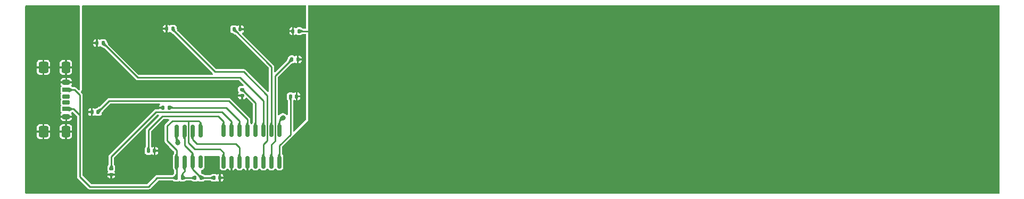
<source format=gbr>
%TF.GenerationSoftware,KiCad,Pcbnew,8.0.2*%
%TF.CreationDate,2024-06-03T00:30:19+01:00*%
%TF.ProjectId,Ruler_V2_KiCad,52756c65-725f-4563-925f-4b694361642e,rev?*%
%TF.SameCoordinates,Original*%
%TF.FileFunction,Copper,L2,Bot*%
%TF.FilePolarity,Positive*%
%FSLAX46Y46*%
G04 Gerber Fmt 4.6, Leading zero omitted, Abs format (unit mm)*
G04 Created by KiCad (PCBNEW 8.0.2) date 2024-06-03 00:30:19*
%MOMM*%
%LPD*%
G01*
G04 APERTURE LIST*
G04 Aperture macros list*
%AMRoundRect*
0 Rectangle with rounded corners*
0 $1 Rounding radius*
0 $2 $3 $4 $5 $6 $7 $8 $9 X,Y pos of 4 corners*
0 Add a 4 corners polygon primitive as box body*
4,1,4,$2,$3,$4,$5,$6,$7,$8,$9,$2,$3,0*
0 Add four circle primitives for the rounded corners*
1,1,$1+$1,$2,$3*
1,1,$1+$1,$4,$5*
1,1,$1+$1,$6,$7*
1,1,$1+$1,$8,$9*
0 Add four rect primitives between the rounded corners*
20,1,$1+$1,$2,$3,$4,$5,0*
20,1,$1+$1,$4,$5,$6,$7,0*
20,1,$1+$1,$6,$7,$8,$9,0*
20,1,$1+$1,$8,$9,$2,$3,0*%
G04 Aperture macros list end*
%TA.AperFunction,SMDPad,CuDef*%
%ADD10RoundRect,0.135000X0.135000X0.185000X-0.135000X0.185000X-0.135000X-0.185000X0.135000X-0.185000X0*%
%TD*%
%TA.AperFunction,SMDPad,CuDef*%
%ADD11RoundRect,0.175000X0.425000X-0.175000X0.425000X0.175000X-0.425000X0.175000X-0.425000X-0.175000X0*%
%TD*%
%TA.AperFunction,SMDPad,CuDef*%
%ADD12RoundRect,0.190000X-0.410000X0.190000X-0.410000X-0.190000X0.410000X-0.190000X0.410000X0.190000X0*%
%TD*%
%TA.AperFunction,SMDPad,CuDef*%
%ADD13RoundRect,0.200000X-0.400000X0.200000X-0.400000X-0.200000X0.400000X-0.200000X0.400000X0.200000X0*%
%TD*%
%TA.AperFunction,SMDPad,CuDef*%
%ADD14RoundRect,0.175000X-0.425000X0.175000X-0.425000X-0.175000X0.425000X-0.175000X0.425000X0.175000X0*%
%TD*%
%TA.AperFunction,SMDPad,CuDef*%
%ADD15RoundRect,0.190000X0.410000X-0.190000X0.410000X0.190000X-0.410000X0.190000X-0.410000X-0.190000X0*%
%TD*%
%TA.AperFunction,SMDPad,CuDef*%
%ADD16RoundRect,0.200000X0.400000X-0.200000X0.400000X0.200000X-0.400000X0.200000X-0.400000X-0.200000X0*%
%TD*%
%TA.AperFunction,SMDPad,CuDef*%
%ADD17RoundRect,0.250000X0.425000X-0.650000X0.425000X0.650000X-0.425000X0.650000X-0.425000X-0.650000X0*%
%TD*%
%TA.AperFunction,SMDPad,CuDef*%
%ADD18RoundRect,0.250000X0.500000X-0.650000X0.500000X0.650000X-0.500000X0.650000X-0.500000X-0.650000X0*%
%TD*%
%TA.AperFunction,SMDPad,CuDef*%
%ADD19RoundRect,0.147500X0.147500X0.172500X-0.147500X0.172500X-0.147500X-0.172500X0.147500X-0.172500X0*%
%TD*%
%TA.AperFunction,SMDPad,CuDef*%
%ADD20RoundRect,0.147500X-0.147500X-0.172500X0.147500X-0.172500X0.147500X0.172500X-0.147500X0.172500X0*%
%TD*%
%TA.AperFunction,SMDPad,CuDef*%
%ADD21RoundRect,0.147500X0.172500X-0.147500X0.172500X0.147500X-0.172500X0.147500X-0.172500X-0.147500X0*%
%TD*%
%TA.AperFunction,SMDPad,CuDef*%
%ADD22RoundRect,0.140000X-0.140000X-0.170000X0.140000X-0.170000X0.140000X0.170000X-0.140000X0.170000X0*%
%TD*%
%TA.AperFunction,SMDPad,CuDef*%
%ADD23RoundRect,0.150000X-0.150000X0.850000X-0.150000X-0.850000X0.150000X-0.850000X0.150000X0.850000X0*%
%TD*%
%TA.AperFunction,SMDPad,CuDef*%
%ADD24RoundRect,0.150000X-0.150000X0.825000X-0.150000X-0.825000X0.150000X-0.825000X0.150000X0.825000X0*%
%TD*%
%TA.AperFunction,ComponentPad*%
%ADD25C,9.200000*%
%TD*%
%TA.AperFunction,ComponentPad*%
%ADD26R,1.700000X1.700000*%
%TD*%
%TA.AperFunction,ComponentPad*%
%ADD27O,1.700000X1.700000*%
%TD*%
%TA.AperFunction,ComponentPad*%
%ADD28C,5.600000*%
%TD*%
%TA.AperFunction,ComponentPad*%
%ADD29R,1.350000X1.350000*%
%TD*%
%TA.AperFunction,ComponentPad*%
%ADD30O,1.350000X1.350000*%
%TD*%
%TA.AperFunction,ComponentPad*%
%ADD31C,3.800000*%
%TD*%
%TA.AperFunction,ComponentPad*%
%ADD32C,4.700000*%
%TD*%
%TA.AperFunction,ComponentPad*%
%ADD33C,11.000000*%
%TD*%
%TA.AperFunction,ComponentPad*%
%ADD34C,7.500000*%
%TD*%
%TA.AperFunction,ComponentPad*%
%ADD35R,1.000000X1.000000*%
%TD*%
%TA.AperFunction,ComponentPad*%
%ADD36O,1.000000X1.000000*%
%TD*%
%TA.AperFunction,ComponentPad*%
%ADD37R,0.850000X0.850000*%
%TD*%
%TA.AperFunction,ComponentPad*%
%ADD38O,0.850000X0.850000*%
%TD*%
%TA.AperFunction,ViaPad*%
%ADD39C,0.800000*%
%TD*%
%TA.AperFunction,Conductor*%
%ADD40C,0.250000*%
%TD*%
G04 APERTURE END LIST*
%TA.AperFunction,Conductor*%
%TO.N,GND*%
G36*
X120000000Y-85000000D02*
G01*
X230000000Y-85000000D01*
X230000000Y-115000000D01*
X120000000Y-115000000D01*
X120000000Y-85000000D01*
G37*
%TD.AperFunction*%
%TD*%
D10*
%TO.P,R103,2*%
%TO.N,/DIS*%
X101990000Y-112500000D03*
%TO.P,R103,1*%
%TO.N,/TR*%
X103010000Y-112500000D03*
%TD*%
%TO.P,R102,2*%
%TO.N,/K*%
X117590000Y-89100000D03*
%TO.P,R102,1*%
%TO.N,GND*%
X118610000Y-89100000D03*
%TD*%
%TO.P,R101,2*%
%TO.N,+5V*%
X98990000Y-112500000D03*
%TO.P,R101,1*%
%TO.N,/DIS*%
X100010000Y-112500000D03*
%TD*%
D11*
%TO.P,J102,A5,CC1*%
%TO.N,unconnected-(J102-CC1-PadA5)*%
X81532500Y-100500000D03*
D12*
%TO.P,J102,A9,VBUS*%
%TO.N,+5V*%
X81532500Y-98480000D03*
D13*
%TO.P,J102,A12,GND*%
%TO.N,GND*%
X81532500Y-97250000D03*
D14*
%TO.P,J102,B5,CC2*%
%TO.N,unconnected-(J102-CC2-PadB5)*%
X81532500Y-99500000D03*
D15*
%TO.P,J102,B9,VBUS*%
%TO.N,+5V*%
X81532500Y-101520000D03*
D16*
%TO.P,J102,B12,GND*%
%TO.N,GND*%
X81532500Y-102750000D03*
D17*
%TO.P,J102,S1,SHIELD*%
X81477500Y-105125000D03*
D18*
X77897500Y-105125000D03*
D17*
X81477500Y-94875000D03*
D18*
X77897500Y-94875000D03*
%TD*%
D19*
%TO.P,D110,2,A*%
%TO.N,/5*%
X94615000Y-108200000D03*
%TO.P,D110,1,K*%
%TO.N,/K*%
X95585000Y-108200000D03*
%TD*%
D20*
%TO.P,D109,2,A*%
%TO.N,/0*%
X97885000Y-101300000D03*
%TO.P,D109,1,K*%
%TO.N,/K*%
X96915000Y-101300000D03*
%TD*%
D19*
%TO.P,D108,2,A*%
%TO.N,/8*%
X117215000Y-99500000D03*
%TO.P,D108,1,K*%
%TO.N,/K*%
X118185000Y-99500000D03*
%TD*%
D20*
%TO.P,D107,2,A*%
%TO.N,/7*%
X87385000Y-91000000D03*
%TO.P,D107,1,K*%
%TO.N,/K*%
X86415000Y-91000000D03*
%TD*%
D19*
%TO.P,D106,2,A*%
%TO.N,/3*%
X108215000Y-88800000D03*
%TO.P,D106,1,K*%
%TO.N,/K*%
X109185000Y-88800000D03*
%TD*%
D21*
%TO.P,D105,2,A*%
%TO.N,/6*%
X109500000Y-98415000D03*
%TO.P,D105,1,K*%
%TO.N,/K*%
X109500000Y-99385000D03*
%TD*%
%TO.P,D104,2,A*%
%TO.N,/1*%
X88700000Y-111015000D03*
%TO.P,D104,1,K*%
%TO.N,/K*%
X88700000Y-111985000D03*
%TD*%
D20*
%TO.P,D103,2,A*%
%TO.N,/2*%
X86585000Y-102000000D03*
%TO.P,D103,1,K*%
%TO.N,/K*%
X85615000Y-102000000D03*
%TD*%
%TO.P,D102,2,A*%
%TO.N,/9*%
X98485000Y-88700000D03*
%TO.P,D102,1,K*%
%TO.N,/K*%
X97515000Y-88700000D03*
%TD*%
D19*
%TO.P,D101,2,A*%
%TO.N,/4*%
X117415000Y-93600000D03*
%TO.P,D101,1,K*%
%TO.N,/K*%
X118385000Y-93600000D03*
%TD*%
D22*
%TO.P,C101,2*%
%TO.N,GND*%
X105980000Y-112500000D03*
%TO.P,C101,1*%
%TO.N,/TR*%
X105020000Y-112500000D03*
%TD*%
D23*
%TO.P,U102,1,Q5*%
%TO.N,/5*%
X106555000Y-105000000D03*
%TO.P,U102,2,Q1*%
%TO.N,/1*%
X107825000Y-105000000D03*
%TO.P,U102,3,Q0*%
%TO.N,/0*%
X109095000Y-105000000D03*
%TO.P,U102,4,Q2*%
%TO.N,/2*%
X110365000Y-105000000D03*
%TO.P,U102,5,Q6*%
%TO.N,/6*%
X111635000Y-105000000D03*
%TO.P,U102,6,Q7*%
%TO.N,/7*%
X112905000Y-105000000D03*
%TO.P,U102,7,Q3*%
%TO.N,/3*%
X114175000Y-105000000D03*
%TO.P,U102,8,VSS*%
%TO.N,GND*%
X115445000Y-105000000D03*
%TO.P,U102,9,Q8*%
%TO.N,/8*%
X115445000Y-110000000D03*
%TO.P,U102,10,Q4*%
%TO.N,/4*%
X114175000Y-110000000D03*
%TO.P,U102,11,Q9*%
%TO.N,/9*%
X112905000Y-110000000D03*
%TO.P,U102,12,Cout*%
%TO.N,unconnected-(U102-Cout-Pad12)*%
X111635000Y-110000000D03*
%TO.P,U102,13,CKEN*%
%TO.N,GND*%
X110365000Y-110000000D03*
%TO.P,U102,14,CLK*%
%TO.N,/CLK*%
X109095000Y-110000000D03*
%TO.P,U102,15,Reset*%
%TO.N,GND*%
X107825000Y-110000000D03*
%TO.P,U102,16,VDD*%
%TO.N,+5V*%
X106555000Y-110000000D03*
%TD*%
D24*
%TO.P,U101,1,GND*%
%TO.N,GND*%
X99095000Y-105025000D03*
%TO.P,U101,2,TR*%
%TO.N,/TR*%
X100365000Y-105025000D03*
%TO.P,U101,3,Q*%
%TO.N,/CLK*%
X101635000Y-105025000D03*
%TO.P,U101,4,R*%
%TO.N,+5V*%
X102905000Y-105025000D03*
%TO.P,U101,5,CV*%
%TO.N,unconnected-(U101-CV-Pad5)*%
X102905000Y-109975000D03*
%TO.P,U101,6,THR*%
%TO.N,/TR*%
X101635000Y-109975000D03*
%TO.P,U101,7,DIS*%
%TO.N,/DIS*%
X100365000Y-109975000D03*
%TO.P,U101,8,VCC*%
%TO.N,+5V*%
X99095000Y-109975000D03*
%TD*%
D25*
%TO.P,REF\u002A\u002A,1*%
%TO.N,GND*%
X210500000Y-100000000D03*
%TD*%
D26*
%TO.P,REF\u002A\u002A,1*%
%TO.N,N/C*%
X169450000Y-107150000D03*
D27*
%TO.P,REF\u002A\u002A,2*%
X171990000Y-107150000D03*
%TO.P,REF\u002A\u002A,3*%
X174530000Y-107150000D03*
%TO.P,REF\u002A\u002A,4*%
X177070000Y-107150000D03*
%TD*%
D28*
%TO.P,REF\u002A\u002A,1*%
%TO.N,GND*%
X193500000Y-100000000D03*
%TD*%
D29*
%TO.P,REF\u002A\u002A,1*%
%TO.N,N/C*%
X171000000Y-103150000D03*
D30*
%TO.P,REF\u002A\u002A,2*%
X173000000Y-103150000D03*
%TO.P,REF\u002A\u002A,3*%
X175000000Y-103150000D03*
%TO.P,REF\u002A\u002A,4*%
X177000000Y-103150000D03*
%TD*%
D31*
%TO.P,REF\u002A\u002A,1*%
%TO.N,GND*%
X182500000Y-100000000D03*
%TD*%
D32*
%TO.P,REF\u002A\u002A,1*%
%TO.N,GND*%
X187500000Y-100000000D03*
%TD*%
D33*
%TO.P,REF\u002A\u002A,1*%
%TO.N,GND*%
X221500000Y-99900000D03*
%TD*%
D34*
%TO.P,REF\u002A\u002A,1*%
%TO.N,GND*%
X201000000Y-100000000D03*
%TD*%
D35*
%TO.P,REF\u002A\u002A,1*%
%TO.N,N/C*%
X173460000Y-99150000D03*
D36*
%TO.P,REF\u002A\u002A,2*%
X174730000Y-99150000D03*
%TO.P,REF\u002A\u002A,3*%
X176000000Y-99150000D03*
%TO.P,REF\u002A\u002A,4*%
X177270000Y-99150000D03*
%TD*%
D37*
%TO.P,REF\u002A\u002A,1*%
%TO.N,N/C*%
X174500000Y-95150000D03*
D38*
%TO.P,REF\u002A\u002A,2*%
X175500000Y-95150000D03*
%TO.P,REF\u002A\u002A,3*%
X176500000Y-95150000D03*
%TO.P,REF\u002A\u002A,4*%
X177500000Y-95150000D03*
%TD*%
D39*
%TO.N,GND*%
X99300000Y-106900000D03*
X116000000Y-102900000D03*
%TD*%
D40*
%TO.N,/DIS*%
X100010000Y-111790000D02*
X100010000Y-112500000D01*
X100365000Y-111435000D02*
X100010000Y-111790000D01*
X100365000Y-109975000D02*
X100365000Y-111435000D01*
%TO.N,/TR*%
X103000000Y-112500000D02*
X103010000Y-112500000D01*
X101635000Y-111135000D02*
X103000000Y-112500000D01*
X101635000Y-109975000D02*
X101635000Y-111135000D01*
%TO.N,/9*%
X105200000Y-95600000D02*
X98485000Y-88885000D01*
X98485000Y-88885000D02*
X98485000Y-88700000D01*
X109800000Y-95600000D02*
X105200000Y-95600000D01*
X113530000Y-99330000D02*
X109800000Y-95600000D01*
X113530000Y-106570000D02*
X113530000Y-99330000D01*
X112905000Y-110000000D02*
X112905000Y-107195000D01*
X112905000Y-107195000D02*
X113530000Y-106570000D01*
%TO.N,/7*%
X87400000Y-91000000D02*
X87385000Y-91000000D01*
X109200000Y-96500000D02*
X92900000Y-96500000D01*
X92900000Y-96500000D02*
X87400000Y-91000000D01*
X112905000Y-100205000D02*
X109200000Y-96500000D01*
X112905000Y-105000000D02*
X112905000Y-100205000D01*
%TO.N,/2*%
X88385000Y-100200000D02*
X86585000Y-102000000D01*
X107400000Y-100200000D02*
X88385000Y-100200000D01*
X110365000Y-105000000D02*
X110365000Y-103165000D01*
X110365000Y-103165000D02*
X107400000Y-100200000D01*
%TO.N,+5V*%
X102600000Y-103400000D02*
X102905000Y-103705000D01*
X100900000Y-103400000D02*
X102600000Y-103400000D01*
X102905000Y-103705000D02*
X102905000Y-105025000D01*
%TO.N,GND*%
X99095000Y-106695000D02*
X99300000Y-106900000D01*
X99095000Y-105025000D02*
X99095000Y-106695000D01*
%TO.N,+5V*%
X83700000Y-99300000D02*
X83700000Y-102500000D01*
X82880000Y-98480000D02*
X83700000Y-99300000D01*
X81532500Y-98480000D02*
X82880000Y-98480000D01*
%TO.N,GND*%
X115445000Y-103455000D02*
X116000000Y-102900000D01*
X115445000Y-105000000D02*
X115445000Y-103455000D01*
%TO.N,/4*%
X114800000Y-96215000D02*
X117415000Y-93600000D01*
X114800000Y-106600000D02*
X114800000Y-96215000D01*
X114175000Y-110000000D02*
X114175000Y-107225000D01*
X114175000Y-107225000D02*
X114800000Y-106600000D01*
%TO.N,/CLK*%
X101635000Y-106385000D02*
X101635000Y-105025000D01*
X102350000Y-107100000D02*
X101635000Y-106385000D01*
X109095000Y-107695000D02*
X108500000Y-107100000D01*
X108500000Y-107100000D02*
X102350000Y-107100000D01*
X109095000Y-110000000D02*
X109095000Y-107695000D01*
%TO.N,+5V*%
X100990000Y-103490000D02*
X100900000Y-103400000D01*
X100990000Y-106890000D02*
X100990000Y-103490000D01*
X106000000Y-107900000D02*
X102000000Y-107900000D01*
X106555000Y-108455000D02*
X106000000Y-107900000D01*
X102000000Y-107900000D02*
X100990000Y-106890000D01*
X106555000Y-110000000D02*
X106555000Y-108455000D01*
X98400000Y-103400000D02*
X100900000Y-103400000D01*
%TO.N,/TR*%
X101635000Y-108635000D02*
X100365000Y-107365000D01*
X101635000Y-109975000D02*
X101635000Y-108635000D01*
X100365000Y-107365000D02*
X100365000Y-105025000D01*
%TO.N,+5V*%
X97600000Y-104200000D02*
X98400000Y-103400000D01*
X97600000Y-106600000D02*
X97600000Y-104200000D01*
X99095000Y-108095000D02*
X97600000Y-106600000D01*
X99095000Y-109975000D02*
X99095000Y-108095000D01*
X99095000Y-109975000D02*
X99095000Y-112395000D01*
X99095000Y-112395000D02*
X98990000Y-112500000D01*
X96000000Y-112500000D02*
X98990000Y-112500000D01*
X94600000Y-113900000D02*
X96000000Y-112500000D01*
X85300000Y-113900000D02*
X94600000Y-113900000D01*
X83700000Y-112300000D02*
X85300000Y-113900000D01*
X83700000Y-102500000D02*
X83700000Y-112300000D01*
%TO.N,/TR*%
X105020000Y-112500000D02*
X103010000Y-112500000D01*
%TO.N,/1*%
X95800000Y-102000000D02*
X88700000Y-109100000D01*
X106300000Y-102000000D02*
X95800000Y-102000000D01*
X107825000Y-103525000D02*
X106300000Y-102000000D01*
X88700000Y-109100000D02*
X88700000Y-111015000D01*
X107825000Y-105000000D02*
X107825000Y-103525000D01*
%TO.N,/5*%
X106555000Y-103555000D02*
X105700000Y-102700000D01*
X105700000Y-102700000D02*
X96800000Y-102700000D01*
X94615000Y-104885000D02*
X94615000Y-108200000D01*
X106555000Y-105000000D02*
X106555000Y-103555000D01*
X96800000Y-102700000D02*
X94615000Y-104885000D01*
%TO.N,/3*%
X114175000Y-94782304D02*
X108215000Y-88822304D01*
X108215000Y-88822304D02*
X108215000Y-88800000D01*
X114175000Y-105000000D02*
X114175000Y-94782304D01*
%TO.N,/0*%
X109095000Y-103395000D02*
X107000000Y-101300000D01*
X107000000Y-101300000D02*
X97885000Y-101300000D01*
X109095000Y-105000000D02*
X109095000Y-103395000D01*
%TO.N,/6*%
X111635000Y-100527696D02*
X109522304Y-98415000D01*
X111635000Y-105000000D02*
X111635000Y-100527696D01*
X109522304Y-98415000D02*
X109500000Y-98415000D01*
%TO.N,/DIS*%
X101990000Y-112500000D02*
X100010000Y-112500000D01*
%TO.N,/8*%
X117200000Y-99515000D02*
X117215000Y-99500000D01*
X117200000Y-105600000D02*
X117200000Y-99515000D01*
X115445000Y-107355000D02*
X117200000Y-105600000D01*
X115445000Y-110000000D02*
X115445000Y-107355000D01*
%TO.N,+5V*%
X82720000Y-101520000D02*
X83700000Y-102500000D01*
X81532500Y-101520000D02*
X82720000Y-101520000D01*
%TO.N,GND*%
X172660000Y-100000000D02*
X175000000Y-100000000D01*
X164100000Y-91440000D02*
X172660000Y-100000000D01*
X118610000Y-89100000D02*
X164100000Y-89100000D01*
X164100000Y-89100000D02*
X164100000Y-91440000D01*
%TD*%
%TA.AperFunction,Conductor*%
%TO.N,/K*%
G36*
X119642539Y-85019685D02*
G01*
X119688294Y-85072489D01*
X119699500Y-85124000D01*
X119699500Y-88550500D01*
X119679815Y-88617539D01*
X119627011Y-88663294D01*
X119575500Y-88674500D01*
X119258038Y-88674500D01*
X119204447Y-88662321D01*
X119111007Y-88617539D01*
X119019878Y-88573864D01*
X118999840Y-88561816D01*
X118950794Y-88525619D01*
X118950792Y-88525618D01*
X118826880Y-88482258D01*
X118797461Y-88479500D01*
X118422546Y-88479500D01*
X118393125Y-88482258D01*
X118393115Y-88482260D01*
X118269205Y-88525619D01*
X118269204Y-88525619D01*
X118173212Y-88596465D01*
X118107584Y-88620436D01*
X118039413Y-88605120D01*
X118025945Y-88596465D01*
X117930559Y-88526066D01*
X117930557Y-88526065D01*
X117806792Y-88482757D01*
X117806780Y-88482755D01*
X117777398Y-88480000D01*
X117740000Y-88480000D01*
X117740000Y-89720000D01*
X117777398Y-89720000D01*
X117806780Y-89717244D01*
X117806792Y-89717242D01*
X117930557Y-89673934D01*
X117930560Y-89673933D01*
X118025943Y-89603535D01*
X118091571Y-89579563D01*
X118159742Y-89594878D01*
X118173212Y-89603534D01*
X118269206Y-89674381D01*
X118310511Y-89688834D01*
X118393119Y-89717741D01*
X118400796Y-89718460D01*
X118422543Y-89720500D01*
X118797456Y-89720499D01*
X118826879Y-89717741D01*
X118950794Y-89674381D01*
X118999848Y-89638176D01*
X119019875Y-89626134D01*
X119204448Y-89537677D01*
X119258036Y-89525500D01*
X119575500Y-89525500D01*
X119642539Y-89545185D01*
X119688294Y-89597989D01*
X119699500Y-89649500D01*
X119699500Y-103149138D01*
X119679815Y-103216177D01*
X119663181Y-103236819D01*
X117837181Y-105062819D01*
X117775858Y-105096304D01*
X117706166Y-105091320D01*
X117650233Y-105049448D01*
X117625816Y-104983984D01*
X117625500Y-104975138D01*
X117625500Y-100218313D01*
X117636426Y-100167419D01*
X117638627Y-100162529D01*
X117653117Y-100130336D01*
X117698580Y-100077287D01*
X117765511Y-100057236D01*
X117817141Y-100069892D01*
X117817264Y-100069542D01*
X117820899Y-100070814D01*
X117824138Y-100071608D01*
X117826036Y-100072611D01*
X117953367Y-100117165D01*
X117983592Y-100120000D01*
X118035000Y-100120000D01*
X118335000Y-100120000D01*
X118386408Y-100120000D01*
X118416630Y-100117165D01*
X118416634Y-100117165D01*
X118543964Y-100072611D01*
X118652504Y-99992504D01*
X118732611Y-99883964D01*
X118777165Y-99756634D01*
X118777165Y-99756630D01*
X118780000Y-99726407D01*
X118780000Y-99650000D01*
X118335000Y-99650000D01*
X118335000Y-100120000D01*
X118035000Y-100120000D01*
X118035000Y-99350000D01*
X118335000Y-99350000D01*
X118780000Y-99350000D01*
X118780000Y-99273592D01*
X118777165Y-99243369D01*
X118777165Y-99243365D01*
X118732611Y-99116035D01*
X118652504Y-99007495D01*
X118543964Y-98927388D01*
X118416632Y-98882834D01*
X118386408Y-98880000D01*
X118335000Y-98880000D01*
X118335000Y-99350000D01*
X118035000Y-99350000D01*
X118035000Y-98880000D01*
X117983592Y-98880000D01*
X117953369Y-98882834D01*
X117953365Y-98882834D01*
X117826036Y-98927388D01*
X117774053Y-98965753D01*
X117708423Y-98989723D01*
X117640253Y-98974407D01*
X117626787Y-98965753D01*
X117574200Y-98926942D01*
X117446733Y-98882339D01*
X117446724Y-98882337D01*
X117416467Y-98879500D01*
X117013539Y-98879500D01*
X116983275Y-98882337D01*
X116983266Y-98882339D01*
X116855800Y-98926942D01*
X116747138Y-99007138D01*
X116666943Y-99115799D01*
X116622339Y-99243266D01*
X116622337Y-99243275D01*
X116619500Y-99273532D01*
X116619500Y-99726460D01*
X116622337Y-99756729D01*
X116639636Y-99806168D01*
X116644804Y-99826126D01*
X116647699Y-99842983D01*
X116647774Y-99843185D01*
X116647775Y-99843185D01*
X116647826Y-99843323D01*
X116647997Y-99843783D01*
X116750864Y-100120000D01*
X116766703Y-100162529D01*
X116774500Y-100205805D01*
X116774500Y-102390992D01*
X116754815Y-102458031D01*
X116702011Y-102503786D01*
X116632853Y-102513730D01*
X116569297Y-102484705D01*
X116548451Y-102461433D01*
X116528184Y-102432072D01*
X116400849Y-102319263D01*
X116250226Y-102240210D01*
X116085056Y-102199500D01*
X115914944Y-102199500D01*
X115749773Y-102240210D01*
X115599150Y-102319263D01*
X115471815Y-102432072D01*
X115451549Y-102461433D01*
X115397266Y-102505423D01*
X115327817Y-102513082D01*
X115265253Y-102481978D01*
X115229436Y-102421986D01*
X115225500Y-102390992D01*
X115225500Y-96442609D01*
X115245185Y-96375570D01*
X115261814Y-96354933D01*
X117185416Y-94431330D01*
X117217787Y-94408031D01*
X117568420Y-94233308D01*
X117613652Y-94221555D01*
X117613579Y-94220769D01*
X117616459Y-94220499D01*
X117616462Y-94220499D01*
X117646729Y-94217662D01*
X117774201Y-94173057D01*
X117826787Y-94134246D01*
X117892415Y-94110276D01*
X117960585Y-94125591D01*
X117974054Y-94134247D01*
X118026035Y-94172611D01*
X118153367Y-94217165D01*
X118183592Y-94220000D01*
X118235000Y-94220000D01*
X118535000Y-94220000D01*
X118586408Y-94220000D01*
X118616630Y-94217165D01*
X118616634Y-94217165D01*
X118743964Y-94172611D01*
X118852504Y-94092504D01*
X118932611Y-93983964D01*
X118977165Y-93856634D01*
X118977165Y-93856630D01*
X118980000Y-93826407D01*
X118980000Y-93750000D01*
X118535000Y-93750000D01*
X118535000Y-94220000D01*
X118235000Y-94220000D01*
X118235000Y-93450000D01*
X118535000Y-93450000D01*
X118980000Y-93450000D01*
X118980000Y-93373592D01*
X118977165Y-93343369D01*
X118977165Y-93343365D01*
X118932611Y-93216035D01*
X118852504Y-93107495D01*
X118743964Y-93027388D01*
X118616632Y-92982834D01*
X118586408Y-92980000D01*
X118535000Y-92980000D01*
X118535000Y-93450000D01*
X118235000Y-93450000D01*
X118235000Y-92980000D01*
X118183592Y-92980000D01*
X118153369Y-92982834D01*
X118153365Y-92982834D01*
X118026036Y-93027388D01*
X117974053Y-93065753D01*
X117908423Y-93089723D01*
X117840253Y-93074407D01*
X117826787Y-93065753D01*
X117774200Y-93026942D01*
X117646733Y-92982339D01*
X117646724Y-92982337D01*
X117616467Y-92979500D01*
X117213539Y-92979500D01*
X117183275Y-92982337D01*
X117183266Y-92982339D01*
X117055800Y-93026942D01*
X116947138Y-93107138D01*
X116866943Y-93215799D01*
X116822339Y-93343266D01*
X116822337Y-93343275D01*
X116819535Y-93373155D01*
X116805948Y-93419060D01*
X116608188Y-93797054D01*
X116585998Y-93827252D01*
X114812181Y-95601070D01*
X114750858Y-95634555D01*
X114681166Y-95629571D01*
X114625233Y-95587699D01*
X114600816Y-95522235D01*
X114600500Y-95513389D01*
X114600500Y-94726288D01*
X114600500Y-94726286D01*
X114571503Y-94618067D01*
X114515485Y-94521041D01*
X114436263Y-94441819D01*
X109544064Y-89549620D01*
X109510579Y-89488297D01*
X109515563Y-89418605D01*
X109557435Y-89362672D01*
X109558112Y-89362168D01*
X109591674Y-89337398D01*
X117020000Y-89337398D01*
X117022755Y-89366780D01*
X117022757Y-89366792D01*
X117066065Y-89490557D01*
X117066066Y-89490559D01*
X117143934Y-89596065D01*
X117249440Y-89673933D01*
X117249442Y-89673934D01*
X117373207Y-89717242D01*
X117373219Y-89717244D01*
X117402602Y-89720000D01*
X117440000Y-89720000D01*
X117440000Y-89250000D01*
X117020000Y-89250000D01*
X117020000Y-89337398D01*
X109591674Y-89337398D01*
X109652505Y-89292503D01*
X109732611Y-89183964D01*
X109777165Y-89056634D01*
X109777165Y-89056630D01*
X109780000Y-89026407D01*
X109780000Y-88950000D01*
X109159000Y-88950000D01*
X109091961Y-88930315D01*
X109046206Y-88877511D01*
X109042962Y-88862601D01*
X117020000Y-88862601D01*
X117020000Y-88950000D01*
X117440000Y-88950000D01*
X117440000Y-88480000D01*
X117402602Y-88480000D01*
X117373219Y-88482755D01*
X117373207Y-88482757D01*
X117249442Y-88526065D01*
X117249440Y-88526066D01*
X117143934Y-88603934D01*
X117066066Y-88709440D01*
X117066065Y-88709442D01*
X117022757Y-88833207D01*
X117022755Y-88833219D01*
X117020000Y-88862601D01*
X109042962Y-88862601D01*
X109035000Y-88826000D01*
X109035000Y-88650000D01*
X109335000Y-88650000D01*
X109780000Y-88650000D01*
X109780000Y-88573592D01*
X109777165Y-88543369D01*
X109777165Y-88543365D01*
X109732611Y-88416035D01*
X109652504Y-88307495D01*
X109543964Y-88227388D01*
X109416632Y-88182834D01*
X109386408Y-88180000D01*
X109335000Y-88180000D01*
X109335000Y-88650000D01*
X109035000Y-88650000D01*
X109035000Y-88180000D01*
X108983592Y-88180000D01*
X108953369Y-88182834D01*
X108953365Y-88182834D01*
X108826036Y-88227388D01*
X108774053Y-88265753D01*
X108708423Y-88289723D01*
X108640253Y-88274407D01*
X108626787Y-88265753D01*
X108574200Y-88226942D01*
X108446733Y-88182339D01*
X108446724Y-88182337D01*
X108416467Y-88179500D01*
X108013539Y-88179500D01*
X107983275Y-88182337D01*
X107983266Y-88182339D01*
X107855800Y-88226942D01*
X107747138Y-88307138D01*
X107666943Y-88415799D01*
X107622339Y-88543266D01*
X107622337Y-88543275D01*
X107619500Y-88573532D01*
X107619500Y-89026460D01*
X107622337Y-89056724D01*
X107622337Y-89056728D01*
X107622338Y-89056729D01*
X107666943Y-89184201D01*
X107747138Y-89292862D01*
X107855799Y-89373057D01*
X107983271Y-89417662D01*
X108005392Y-89419736D01*
X108051904Y-89433642D01*
X108372298Y-89603535D01*
X108403091Y-89619863D01*
X108432681Y-89641733D01*
X113713181Y-94922233D01*
X113746666Y-94983556D01*
X113749500Y-95009914D01*
X113749500Y-98648390D01*
X113729815Y-98715429D01*
X113677011Y-98761184D01*
X113607853Y-98771128D01*
X113544297Y-98742103D01*
X113537819Y-98736071D01*
X110061265Y-95259517D01*
X110061263Y-95259515D01*
X109964237Y-95203497D01*
X109856018Y-95174500D01*
X109856017Y-95174500D01*
X105427610Y-95174500D01*
X105360571Y-95154815D01*
X105339929Y-95138181D01*
X99218109Y-89016361D01*
X99185773Y-88959856D01*
X99178099Y-88930315D01*
X99084482Y-88569923D01*
X99080499Y-88538747D01*
X99080499Y-88473539D01*
X99077671Y-88443369D01*
X99077662Y-88443271D01*
X99033057Y-88315799D01*
X98952862Y-88207138D01*
X98844201Y-88126943D01*
X98784697Y-88106121D01*
X98716733Y-88082339D01*
X98716724Y-88082337D01*
X98686467Y-88079500D01*
X98283539Y-88079500D01*
X98253275Y-88082337D01*
X98253266Y-88082339D01*
X98125798Y-88126943D01*
X98073211Y-88165753D01*
X98007582Y-88189723D01*
X97939412Y-88174407D01*
X97925946Y-88165752D01*
X97873967Y-88127390D01*
X97873964Y-88127388D01*
X97746632Y-88082834D01*
X97716408Y-88080000D01*
X97665000Y-88080000D01*
X97665000Y-89320000D01*
X97716408Y-89320000D01*
X97746630Y-89317165D01*
X97746634Y-89317165D01*
X97873962Y-89272612D01*
X97925944Y-89234247D01*
X97991573Y-89210276D01*
X98059744Y-89225591D01*
X98073209Y-89234244D01*
X98125799Y-89273057D01*
X98160440Y-89285178D01*
X98190105Y-89295559D01*
X98223160Y-89313109D01*
X98549755Y-89556066D01*
X98549767Y-89556072D01*
X98550052Y-89556251D01*
X98550736Y-89556796D01*
X98553734Y-89559026D01*
X98553660Y-89559124D01*
X98571910Y-89573658D01*
X104861071Y-95862819D01*
X104894556Y-95924142D01*
X104889572Y-95993834D01*
X104847700Y-96049767D01*
X104782236Y-96074184D01*
X104773390Y-96074500D01*
X93127610Y-96074500D01*
X93060571Y-96054815D01*
X93039929Y-96038181D01*
X88218362Y-91216614D01*
X88197015Y-91188000D01*
X87994244Y-90813719D01*
X87979813Y-90766221D01*
X87977671Y-90743369D01*
X87977662Y-90743271D01*
X87933057Y-90615799D01*
X87852862Y-90507138D01*
X87744201Y-90426943D01*
X87684697Y-90406121D01*
X87616733Y-90382339D01*
X87616724Y-90382337D01*
X87586467Y-90379500D01*
X87183539Y-90379500D01*
X87153275Y-90382337D01*
X87153266Y-90382339D01*
X87025798Y-90426943D01*
X86973211Y-90465753D01*
X86907582Y-90489723D01*
X86839412Y-90474407D01*
X86825946Y-90465752D01*
X86773967Y-90427390D01*
X86773964Y-90427388D01*
X86646632Y-90382834D01*
X86616408Y-90380000D01*
X86565000Y-90380000D01*
X86565000Y-91620000D01*
X86616408Y-91620000D01*
X86646630Y-91617165D01*
X86646634Y-91617165D01*
X86773962Y-91572612D01*
X86825944Y-91534247D01*
X86891573Y-91510276D01*
X86959744Y-91525591D01*
X86973209Y-91534244D01*
X87025799Y-91573057D01*
X87153271Y-91617662D01*
X87183537Y-91620500D01*
X87183661Y-91620499D01*
X87183690Y-91620506D01*
X87186435Y-91620635D01*
X87186412Y-91621122D01*
X87237092Y-91632584D01*
X87283908Y-91654922D01*
X87283909Y-91654922D01*
X87283910Y-91654922D01*
X87283911Y-91654923D01*
X87588412Y-91800210D01*
X87622695Y-91824443D01*
X92638737Y-96840485D01*
X92735763Y-96896503D01*
X92843982Y-96925500D01*
X92956019Y-96925500D01*
X108972390Y-96925500D01*
X109039429Y-96945185D01*
X109060071Y-96961819D01*
X109706071Y-97607819D01*
X109739556Y-97669142D01*
X109734572Y-97738834D01*
X109692700Y-97794767D01*
X109627236Y-97819184D01*
X109618390Y-97819500D01*
X109273540Y-97819500D01*
X109243275Y-97822337D01*
X109243266Y-97822339D01*
X109115800Y-97866942D01*
X109007138Y-97947138D01*
X108926943Y-98055799D01*
X108882339Y-98183266D01*
X108882337Y-98183275D01*
X108879500Y-98213532D01*
X108879500Y-98616460D01*
X108882337Y-98646724D01*
X108882339Y-98646733D01*
X108926624Y-98773289D01*
X108926943Y-98774201D01*
X108965118Y-98825927D01*
X108965753Y-98826787D01*
X108989723Y-98892416D01*
X108974407Y-98960586D01*
X108965753Y-98974053D01*
X108927388Y-99026036D01*
X108882834Y-99153365D01*
X108882834Y-99153369D01*
X108880000Y-99183592D01*
X108880000Y-99235000D01*
X109526000Y-99235000D01*
X109593039Y-99254685D01*
X109638794Y-99307489D01*
X109650000Y-99359000D01*
X109650000Y-99980000D01*
X109726408Y-99980000D01*
X109756630Y-99977165D01*
X109756634Y-99977165D01*
X109883964Y-99932611D01*
X109992506Y-99852503D01*
X110062170Y-99758112D01*
X110117817Y-99715861D01*
X110187473Y-99710402D01*
X110249023Y-99743469D01*
X110249621Y-99744064D01*
X111173181Y-100667624D01*
X111206666Y-100728947D01*
X111209500Y-100755305D01*
X111209500Y-103602097D01*
X111199961Y-103649790D01*
X111114460Y-103854991D01*
X111070506Y-103909302D01*
X111004165Y-103931228D01*
X110936502Y-103913807D01*
X110888999Y-103862570D01*
X110885540Y-103854996D01*
X110800038Y-103649791D01*
X110790500Y-103602099D01*
X110790500Y-103108982D01*
X110787959Y-103099501D01*
X110787958Y-103099496D01*
X110778160Y-103062928D01*
X110761503Y-103000763D01*
X110760195Y-102998497D01*
X110705485Y-102903737D01*
X110626263Y-102824515D01*
X110626262Y-102824514D01*
X110621932Y-102820184D01*
X110621921Y-102820174D01*
X107661265Y-99859517D01*
X107661264Y-99859516D01*
X107661263Y-99859515D01*
X107585770Y-99815929D01*
X107564239Y-99803498D01*
X107564238Y-99803497D01*
X107564237Y-99803497D01*
X107456018Y-99774500D01*
X88441018Y-99774500D01*
X88328981Y-99774500D01*
X88220763Y-99803497D01*
X88220761Y-99803498D01*
X88220760Y-99803498D01*
X88123740Y-99859513D01*
X88123734Y-99859517D01*
X86814589Y-101168661D01*
X86782212Y-101191964D01*
X86431576Y-101366689D01*
X86386348Y-101378464D01*
X86386420Y-101379231D01*
X86383538Y-101379500D01*
X86383538Y-101379501D01*
X86380464Y-101379789D01*
X86353275Y-101382337D01*
X86353266Y-101382339D01*
X86225798Y-101426943D01*
X86173211Y-101465753D01*
X86107582Y-101489723D01*
X86039412Y-101474407D01*
X86025946Y-101465752D01*
X85973967Y-101427390D01*
X85973964Y-101427388D01*
X85846632Y-101382834D01*
X85816408Y-101380000D01*
X85765000Y-101380000D01*
X85765000Y-102620000D01*
X85816408Y-102620000D01*
X85846630Y-102617165D01*
X85846634Y-102617165D01*
X85973962Y-102572612D01*
X86025944Y-102534247D01*
X86091573Y-102510276D01*
X86159744Y-102525591D01*
X86173209Y-102534244D01*
X86225799Y-102573057D01*
X86353271Y-102617662D01*
X86383537Y-102620500D01*
X86786462Y-102620499D01*
X86816729Y-102617662D01*
X86944201Y-102573057D01*
X87052862Y-102492862D01*
X87133057Y-102384201D01*
X87177662Y-102256729D01*
X87180465Y-102226833D01*
X87194051Y-102180932D01*
X87391809Y-101802944D01*
X87413994Y-101772752D01*
X88524929Y-100661819D01*
X88586252Y-100628334D01*
X88612610Y-100625500D01*
X96336183Y-100625500D01*
X96403222Y-100645185D01*
X96448977Y-100697989D01*
X96458921Y-100767147D01*
X96435953Y-100823133D01*
X96367390Y-100916032D01*
X96367388Y-100916035D01*
X96322834Y-101043365D01*
X96322834Y-101043369D01*
X96320000Y-101073592D01*
X96320000Y-101150000D01*
X96941000Y-101150000D01*
X97008039Y-101169685D01*
X97053794Y-101222489D01*
X97065000Y-101274000D01*
X97065000Y-101326000D01*
X97045315Y-101393039D01*
X96992511Y-101438794D01*
X96941000Y-101450000D01*
X96320000Y-101450000D01*
X96320000Y-101450500D01*
X96300315Y-101517539D01*
X96247511Y-101563294D01*
X96196000Y-101574500D01*
X95743981Y-101574500D01*
X95671933Y-101593805D01*
X95671932Y-101593804D01*
X95635767Y-101603495D01*
X95635760Y-101603498D01*
X95538740Y-101659513D01*
X95538734Y-101659517D01*
X95459513Y-101738739D01*
X88421296Y-108776955D01*
X88421295Y-108776955D01*
X88421296Y-108776956D01*
X88359514Y-108838738D01*
X88359513Y-108838740D01*
X88303498Y-108935760D01*
X88303497Y-108935763D01*
X88274500Y-109043982D01*
X88274500Y-110319240D01*
X88262930Y-110371542D01*
X88142352Y-110630740D01*
X88129701Y-110652059D01*
X88126944Y-110655795D01*
X88126942Y-110655799D01*
X88082339Y-110783263D01*
X88082337Y-110783275D01*
X88079500Y-110813532D01*
X88079500Y-111216460D01*
X88082337Y-111246724D01*
X88082339Y-111246733D01*
X88117739Y-111347898D01*
X88126943Y-111374201D01*
X88165118Y-111425927D01*
X88165753Y-111426787D01*
X88189723Y-111492416D01*
X88174407Y-111560586D01*
X88165753Y-111574053D01*
X88127388Y-111626036D01*
X88082834Y-111753365D01*
X88082834Y-111753369D01*
X88080000Y-111783592D01*
X88080000Y-111835000D01*
X89320000Y-111835000D01*
X89320000Y-111783592D01*
X89317165Y-111753369D01*
X89317165Y-111753365D01*
X89272611Y-111626035D01*
X89234247Y-111574054D01*
X89210276Y-111508425D01*
X89225591Y-111440254D01*
X89234242Y-111426793D01*
X89273057Y-111374201D01*
X89317662Y-111246729D01*
X89320500Y-111216463D01*
X89320499Y-110813538D01*
X89317662Y-110783271D01*
X89273057Y-110655799D01*
X89270306Y-110652072D01*
X89257645Y-110630739D01*
X89137070Y-110371542D01*
X89125500Y-110319241D01*
X89125500Y-109327609D01*
X89145185Y-109260570D01*
X89161819Y-109239928D01*
X95939928Y-102461819D01*
X96001251Y-102428334D01*
X96027609Y-102425500D01*
X96173390Y-102425500D01*
X96240429Y-102445185D01*
X96286184Y-102497989D01*
X96296128Y-102567147D01*
X96267103Y-102630703D01*
X96261071Y-102637181D01*
X94274517Y-104623734D01*
X94274513Y-104623740D01*
X94218498Y-104720760D01*
X94218497Y-104720763D01*
X94189500Y-104828982D01*
X94189500Y-107487971D01*
X94180180Y-107535135D01*
X94052003Y-107846797D01*
X94052000Y-107846805D01*
X94038625Y-107895799D01*
X94036046Y-107904093D01*
X94022337Y-107943273D01*
X94019500Y-107973532D01*
X94019500Y-108426460D01*
X94022337Y-108456724D01*
X94022339Y-108456733D01*
X94066860Y-108583964D01*
X94066943Y-108584201D01*
X94147138Y-108692862D01*
X94255799Y-108773057D01*
X94383271Y-108817662D01*
X94413537Y-108820500D01*
X94816462Y-108820499D01*
X94846729Y-108817662D01*
X94974201Y-108773057D01*
X95026787Y-108734246D01*
X95092415Y-108710276D01*
X95160585Y-108725591D01*
X95174054Y-108734247D01*
X95226035Y-108772611D01*
X95353367Y-108817165D01*
X95383592Y-108820000D01*
X95435000Y-108820000D01*
X95735000Y-108820000D01*
X95786408Y-108820000D01*
X95816630Y-108817165D01*
X95816634Y-108817165D01*
X95943964Y-108772611D01*
X96052504Y-108692504D01*
X96132611Y-108583964D01*
X96177165Y-108456634D01*
X96177165Y-108456630D01*
X96180000Y-108426407D01*
X96180000Y-108350000D01*
X95735000Y-108350000D01*
X95735000Y-108820000D01*
X95435000Y-108820000D01*
X95435000Y-108050000D01*
X95735000Y-108050000D01*
X96180000Y-108050000D01*
X96180000Y-107973592D01*
X96177165Y-107943369D01*
X96177165Y-107943365D01*
X96132611Y-107816035D01*
X96052504Y-107707495D01*
X95943964Y-107627388D01*
X95816632Y-107582834D01*
X95786408Y-107580000D01*
X95735000Y-107580000D01*
X95735000Y-108050000D01*
X95435000Y-108050000D01*
X95435000Y-107580000D01*
X95383592Y-107580000D01*
X95353369Y-107582834D01*
X95353365Y-107582834D01*
X95217264Y-107630458D01*
X95216092Y-107627110D01*
X95164589Y-107637544D01*
X95099481Y-107612192D01*
X95060524Y-107561162D01*
X95049819Y-107535132D01*
X95040500Y-107487969D01*
X95040500Y-105112610D01*
X95060185Y-105045571D01*
X95076819Y-105024929D01*
X96939929Y-103161819D01*
X97001252Y-103128334D01*
X97027610Y-103125500D01*
X97773390Y-103125500D01*
X97840429Y-103145185D01*
X97886184Y-103197989D01*
X97896128Y-103267147D01*
X97867103Y-103330703D01*
X97861071Y-103337181D01*
X97259517Y-103938734D01*
X97259513Y-103938740D01*
X97203498Y-104035760D01*
X97203497Y-104035763D01*
X97174500Y-104143982D01*
X97174500Y-106543982D01*
X97174500Y-106656018D01*
X97203497Y-106764237D01*
X97259515Y-106861263D01*
X97959414Y-107561162D01*
X98633181Y-108234928D01*
X98666666Y-108296251D01*
X98669500Y-108322609D01*
X98669500Y-108602097D01*
X98659962Y-108649789D01*
X98526084Y-108971094D01*
X98526083Y-108971097D01*
X98520458Y-108996594D01*
X98516413Y-109010828D01*
X98497355Y-109065295D01*
X98497353Y-109065305D01*
X98494500Y-109095730D01*
X98494500Y-110854269D01*
X98497353Y-110884697D01*
X98516417Y-110939179D01*
X98520461Y-110953411D01*
X98526086Y-110978908D01*
X98659961Y-111300207D01*
X98669500Y-111347898D01*
X98669500Y-111772370D01*
X98649815Y-111839409D01*
X98648646Y-111841195D01*
X98569600Y-111959659D01*
X98520046Y-112002655D01*
X98439423Y-112041294D01*
X98395550Y-112062321D01*
X98341960Y-112074500D01*
X95943982Y-112074500D01*
X95835763Y-112103497D01*
X95835760Y-112103498D01*
X95738740Y-112159513D01*
X95738734Y-112159517D01*
X94460071Y-113438181D01*
X94398748Y-113471666D01*
X94372390Y-113474500D01*
X85527610Y-113474500D01*
X85460571Y-113454815D01*
X85439929Y-113438181D01*
X84188155Y-112186407D01*
X88080000Y-112186407D01*
X88082834Y-112216630D01*
X88082834Y-112216634D01*
X88127388Y-112343964D01*
X88207495Y-112452504D01*
X88316035Y-112532611D01*
X88443367Y-112577165D01*
X88473592Y-112580000D01*
X88550000Y-112580000D01*
X88850000Y-112580000D01*
X88926408Y-112580000D01*
X88956630Y-112577165D01*
X88956634Y-112577165D01*
X89083964Y-112532611D01*
X89192504Y-112452504D01*
X89272611Y-112343964D01*
X89317165Y-112216634D01*
X89317165Y-112216630D01*
X89320000Y-112186407D01*
X89320000Y-112135000D01*
X88850000Y-112135000D01*
X88850000Y-112580000D01*
X88550000Y-112580000D01*
X88550000Y-112135000D01*
X88080000Y-112135000D01*
X88080000Y-112186407D01*
X84188155Y-112186407D01*
X84161819Y-112160071D01*
X84128334Y-112098748D01*
X84125500Y-112072390D01*
X84125500Y-102226407D01*
X85020000Y-102226407D01*
X85022834Y-102256630D01*
X85022834Y-102256634D01*
X85067388Y-102383964D01*
X85147495Y-102492504D01*
X85256035Y-102572611D01*
X85383367Y-102617165D01*
X85413592Y-102620000D01*
X85465000Y-102620000D01*
X85465000Y-102150000D01*
X85020000Y-102150000D01*
X85020000Y-102226407D01*
X84125500Y-102226407D01*
X84125500Y-101773592D01*
X85020000Y-101773592D01*
X85020000Y-101850000D01*
X85465000Y-101850000D01*
X85465000Y-101380000D01*
X85413592Y-101380000D01*
X85383369Y-101382834D01*
X85383365Y-101382834D01*
X85256035Y-101427388D01*
X85147495Y-101507495D01*
X85067388Y-101616035D01*
X85022834Y-101743365D01*
X85022834Y-101743369D01*
X85020000Y-101773592D01*
X84125500Y-101773592D01*
X84125500Y-99586407D01*
X108880000Y-99586407D01*
X108882834Y-99616630D01*
X108882834Y-99616634D01*
X108927388Y-99743964D01*
X109007495Y-99852504D01*
X109116035Y-99932611D01*
X109243367Y-99977165D01*
X109273592Y-99980000D01*
X109350000Y-99980000D01*
X109350000Y-99535000D01*
X108880000Y-99535000D01*
X108880000Y-99586407D01*
X84125500Y-99586407D01*
X84125500Y-99243984D01*
X84125500Y-99243982D01*
X84096503Y-99135763D01*
X84040485Y-99038737D01*
X83961263Y-98959515D01*
X83877099Y-98875351D01*
X83843614Y-98814028D01*
X83848598Y-98744336D01*
X83878310Y-98699160D01*
X83878231Y-98699085D01*
X83878658Y-98698631D01*
X83878972Y-98698155D01*
X83880360Y-98696822D01*
X83880375Y-98696810D01*
X83922553Y-98652077D01*
X83973439Y-98552001D01*
X83993124Y-98484962D01*
X84005500Y-98398890D01*
X84005500Y-91226407D01*
X85820000Y-91226407D01*
X85822834Y-91256630D01*
X85822834Y-91256634D01*
X85867388Y-91383964D01*
X85947495Y-91492504D01*
X86056035Y-91572611D01*
X86183367Y-91617165D01*
X86213592Y-91620000D01*
X86265000Y-91620000D01*
X86265000Y-91150000D01*
X85820000Y-91150000D01*
X85820000Y-91226407D01*
X84005500Y-91226407D01*
X84005500Y-90773592D01*
X85820000Y-90773592D01*
X85820000Y-90850000D01*
X86265000Y-90850000D01*
X86265000Y-90380000D01*
X86213592Y-90380000D01*
X86183369Y-90382834D01*
X86183365Y-90382834D01*
X86056035Y-90427388D01*
X85947495Y-90507495D01*
X85867388Y-90616035D01*
X85822834Y-90743365D01*
X85822834Y-90743369D01*
X85820000Y-90773592D01*
X84005500Y-90773592D01*
X84005500Y-88926407D01*
X96920000Y-88926407D01*
X96922834Y-88956630D01*
X96922834Y-88956634D01*
X96967388Y-89083964D01*
X97047495Y-89192504D01*
X97156035Y-89272611D01*
X97283367Y-89317165D01*
X97313592Y-89320000D01*
X97365000Y-89320000D01*
X97365000Y-88850000D01*
X96920000Y-88850000D01*
X96920000Y-88926407D01*
X84005500Y-88926407D01*
X84005500Y-88473592D01*
X96920000Y-88473592D01*
X96920000Y-88550000D01*
X97365000Y-88550000D01*
X97365000Y-88080000D01*
X97313592Y-88080000D01*
X97283369Y-88082834D01*
X97283365Y-88082834D01*
X97156035Y-88127388D01*
X97047495Y-88207495D01*
X96967388Y-88316035D01*
X96922834Y-88443365D01*
X96922834Y-88443369D01*
X96920000Y-88473592D01*
X84005500Y-88473592D01*
X84005500Y-85124000D01*
X84025185Y-85056961D01*
X84077989Y-85011206D01*
X84129500Y-85000000D01*
X119575500Y-85000000D01*
X119642539Y-85019685D01*
G37*
%TD.AperFunction*%
%TD*%
%TA.AperFunction,Conductor*%
%TO.N,GND*%
G36*
X83643039Y-85019685D02*
G01*
X83688794Y-85072489D01*
X83700000Y-85124000D01*
X83700000Y-98398890D01*
X83680315Y-98465929D01*
X83627511Y-98511684D01*
X83558353Y-98521628D01*
X83494797Y-98492603D01*
X83488319Y-98486571D01*
X83141265Y-98139517D01*
X83141263Y-98139515D01*
X83044237Y-98083497D01*
X82936018Y-98054500D01*
X82936017Y-98054500D01*
X82621257Y-98054500D01*
X82567263Y-98042127D01*
X82369786Y-97946608D01*
X82318007Y-97899697D01*
X82299810Y-97832238D01*
X82320973Y-97765651D01*
X82324513Y-97760670D01*
X82375853Y-97692088D01*
X82375854Y-97692086D01*
X82426096Y-97557379D01*
X82426098Y-97557372D01*
X82432499Y-97497844D01*
X82432500Y-97497827D01*
X82432500Y-97400000D01*
X80632500Y-97400000D01*
X80632500Y-97497844D01*
X80638901Y-97557372D01*
X80638903Y-97557379D01*
X80689145Y-97692086D01*
X80689147Y-97692089D01*
X80767634Y-97796933D01*
X80792052Y-97862398D01*
X80777201Y-97930671D01*
X80767636Y-97945554D01*
X80687572Y-98052508D01*
X80687569Y-98052514D01*
X80638282Y-98184661D01*
X80638281Y-98184665D01*
X80632000Y-98243085D01*
X80632000Y-98243092D01*
X80632000Y-98243093D01*
X80632000Y-98716912D01*
X80632001Y-98716918D01*
X80638280Y-98775335D01*
X80687569Y-98907486D01*
X80687571Y-98907489D01*
X80701192Y-98925684D01*
X80725610Y-98991148D01*
X80710759Y-99059421D01*
X80701195Y-99074304D01*
X80685872Y-99094774D01*
X80652765Y-99183537D01*
X80638087Y-99222889D01*
X80632000Y-99279498D01*
X80632000Y-99720481D01*
X80632001Y-99720490D01*
X80638087Y-99777114D01*
X80666341Y-99852862D01*
X80685872Y-99905226D01*
X80693912Y-99915967D01*
X80701192Y-99925692D01*
X80725607Y-99991157D01*
X80710754Y-100059430D01*
X80701192Y-100074308D01*
X80685872Y-100094774D01*
X80649723Y-100191693D01*
X80638087Y-100222889D01*
X80632000Y-100279498D01*
X80632000Y-100720481D01*
X80632001Y-100720490D01*
X80638087Y-100777114D01*
X80685872Y-100905226D01*
X80701193Y-100925692D01*
X80725610Y-100991156D01*
X80710759Y-101059429D01*
X80701195Y-101074311D01*
X80687572Y-101092509D01*
X80687569Y-101092514D01*
X80638282Y-101224661D01*
X80638281Y-101224665D01*
X80632000Y-101283085D01*
X80632000Y-101283092D01*
X80632000Y-101283093D01*
X80632000Y-101756912D01*
X80632001Y-101756918D01*
X80638280Y-101815335D01*
X80687569Y-101947485D01*
X80687573Y-101947492D01*
X80767635Y-102054443D01*
X80792052Y-102119907D01*
X80777200Y-102188180D01*
X80767635Y-102203064D01*
X80689147Y-102307910D01*
X80689145Y-102307913D01*
X80638903Y-102442620D01*
X80638901Y-102442627D01*
X80632500Y-102502155D01*
X80632500Y-102600000D01*
X82432500Y-102600000D01*
X82432500Y-102502172D01*
X82432499Y-102502155D01*
X82426098Y-102442627D01*
X82426096Y-102442620D01*
X82375854Y-102307913D01*
X82375850Y-102307906D01*
X82324513Y-102239329D01*
X82300095Y-102173865D01*
X82314946Y-102105592D01*
X82364351Y-102056186D01*
X82369771Y-102053397D01*
X82480408Y-101999883D01*
X82549329Y-101988413D01*
X82613511Y-102016025D01*
X82622082Y-102023830D01*
X83238181Y-102639928D01*
X83271666Y-102701251D01*
X83274500Y-102727609D01*
X83274500Y-112243982D01*
X83274500Y-112356018D01*
X83303497Y-112464237D01*
X83359515Y-112561263D01*
X85038737Y-114240485D01*
X85135763Y-114296503D01*
X85243982Y-114325500D01*
X85243984Y-114325500D01*
X94656016Y-114325500D01*
X94656018Y-114325500D01*
X94764237Y-114296503D01*
X94861263Y-114240485D01*
X96139929Y-112961819D01*
X96201252Y-112928334D01*
X96227610Y-112925500D01*
X98341964Y-112925500D01*
X98395551Y-112937677D01*
X98580128Y-113026136D01*
X98600154Y-113038178D01*
X98608443Y-113044296D01*
X98649206Y-113074381D01*
X98773119Y-113117741D01*
X98780796Y-113118460D01*
X98802543Y-113120500D01*
X99177456Y-113120499D01*
X99206879Y-113117741D01*
X99330794Y-113074381D01*
X99426367Y-113003844D01*
X99491995Y-112979874D01*
X99560165Y-112995189D01*
X99573629Y-113003842D01*
X99669206Y-113074381D01*
X99710511Y-113088834D01*
X99793119Y-113117741D01*
X99800796Y-113118460D01*
X99822543Y-113120500D01*
X100197456Y-113120499D01*
X100226879Y-113117741D01*
X100350794Y-113074381D01*
X100399848Y-113038176D01*
X100419875Y-113026134D01*
X100604448Y-112937677D01*
X100658036Y-112925500D01*
X101341964Y-112925500D01*
X101395551Y-112937677D01*
X101580128Y-113026136D01*
X101600154Y-113038178D01*
X101608443Y-113044296D01*
X101649206Y-113074381D01*
X101773119Y-113117741D01*
X101780796Y-113118460D01*
X101802543Y-113120500D01*
X102177456Y-113120499D01*
X102206879Y-113117741D01*
X102330794Y-113074381D01*
X102426367Y-113003844D01*
X102491995Y-112979874D01*
X102560165Y-112995189D01*
X102573629Y-113003842D01*
X102669206Y-113074381D01*
X102710511Y-113088834D01*
X102793119Y-113117741D01*
X102800796Y-113118460D01*
X102822543Y-113120500D01*
X103197456Y-113120499D01*
X103226879Y-113117741D01*
X103350794Y-113074381D01*
X103399848Y-113038176D01*
X103419875Y-113026134D01*
X103604448Y-112937677D01*
X103658036Y-112925500D01*
X104355198Y-112925500D01*
X104406952Y-112936817D01*
X104640962Y-113044296D01*
X104662840Y-113057208D01*
X104671842Y-113063852D01*
X104797173Y-113107708D01*
X104797177Y-113107708D01*
X104797181Y-113107710D01*
X104812057Y-113109105D01*
X104826930Y-113110500D01*
X104826934Y-113110500D01*
X105213070Y-113110500D01*
X105226289Y-113109260D01*
X105242819Y-113107710D01*
X105242823Y-113107708D01*
X105242826Y-113107708D01*
X105291836Y-113090557D01*
X105368157Y-113063852D01*
X105426789Y-113020578D01*
X105492415Y-112996609D01*
X105560586Y-113011924D01*
X105574056Y-113020581D01*
X105632079Y-113063405D01*
X105757267Y-113107211D01*
X105757279Y-113107213D01*
X105786977Y-113109998D01*
X105787006Y-113109999D01*
X105830000Y-113109999D01*
X106130000Y-113109999D01*
X106173000Y-113109999D01*
X106202720Y-113107213D01*
X106327922Y-113063403D01*
X106434641Y-112984641D01*
X106513405Y-112877919D01*
X106557211Y-112752732D01*
X106557213Y-112752720D01*
X106560000Y-112723007D01*
X106560000Y-112650000D01*
X106130000Y-112650000D01*
X106130000Y-113109999D01*
X105830000Y-113109999D01*
X105830000Y-112350000D01*
X106130000Y-112350000D01*
X106559999Y-112350000D01*
X106559999Y-112276999D01*
X106557213Y-112247279D01*
X106513403Y-112122077D01*
X106434641Y-112015358D01*
X106327919Y-111936594D01*
X106202732Y-111892788D01*
X106202720Y-111892786D01*
X106173007Y-111890000D01*
X106130000Y-111890000D01*
X106130000Y-112350000D01*
X105830000Y-112350000D01*
X105830000Y-111890000D01*
X105786999Y-111890000D01*
X105757279Y-111892786D01*
X105632077Y-111936596D01*
X105574055Y-111979419D01*
X105508426Y-112003390D01*
X105440256Y-111988075D01*
X105426787Y-111979419D01*
X105412381Y-111968787D01*
X105368157Y-111936148D01*
X105368155Y-111936147D01*
X105242826Y-111892291D01*
X105242814Y-111892289D01*
X105213070Y-111889500D01*
X105213066Y-111889500D01*
X104826934Y-111889500D01*
X104826930Y-111889500D01*
X104797185Y-111892289D01*
X104797173Y-111892291D01*
X104671843Y-111936147D01*
X104671840Y-111936148D01*
X104662844Y-111942788D01*
X104640971Y-111955697D01*
X104406949Y-112063183D01*
X104355194Y-112074500D01*
X103658038Y-112074500D01*
X103604447Y-112062321D01*
X103431467Y-111979419D01*
X103419878Y-111973864D01*
X103399840Y-111961816D01*
X103350794Y-111925619D01*
X103350792Y-111925618D01*
X103226880Y-111882258D01*
X103197461Y-111879500D01*
X103197457Y-111879500D01*
X103178663Y-111879500D01*
X103124101Y-111866850D01*
X103069435Y-111840063D01*
X103017898Y-111792888D01*
X103000000Y-111728714D01*
X103000000Y-111373662D01*
X103019685Y-111306623D01*
X103072489Y-111260868D01*
X103112424Y-111250204D01*
X103129480Y-111248604D01*
X103139699Y-111247646D01*
X103139701Y-111247646D01*
X103203790Y-111225219D01*
X103267882Y-111202793D01*
X103377150Y-111122150D01*
X103457793Y-111012882D01*
X103485150Y-110934699D01*
X103502646Y-110884701D01*
X103502646Y-110884699D01*
X103505500Y-110854269D01*
X103505500Y-109124000D01*
X103525185Y-109056961D01*
X103577989Y-109011206D01*
X103629500Y-109000000D01*
X105830500Y-109000000D01*
X105897539Y-109019685D01*
X105943294Y-109072489D01*
X105954500Y-109124000D01*
X105954500Y-110904269D01*
X105957353Y-110934699D01*
X105957353Y-110934701D01*
X106002206Y-111062880D01*
X106002207Y-111062882D01*
X106082850Y-111172150D01*
X106192118Y-111252793D01*
X106234845Y-111267744D01*
X106320299Y-111297646D01*
X106350730Y-111300500D01*
X106350734Y-111300500D01*
X106759270Y-111300500D01*
X106789699Y-111297646D01*
X106789701Y-111297646D01*
X106853790Y-111275219D01*
X106917882Y-111252793D01*
X107027150Y-111172150D01*
X107090543Y-111086254D01*
X107146186Y-111044007D01*
X107215842Y-111038548D01*
X107277392Y-111071615D01*
X107290080Y-111086257D01*
X107353207Y-111171792D01*
X107462354Y-111252346D01*
X107590397Y-111297149D01*
X107620779Y-111299998D01*
X107620807Y-111299999D01*
X107674999Y-111299998D01*
X107675000Y-111299998D01*
X107675000Y-109974000D01*
X107694685Y-109906961D01*
X107747489Y-109861206D01*
X107799000Y-109850000D01*
X107851000Y-109850000D01*
X107918039Y-109869685D01*
X107963794Y-109922489D01*
X107975000Y-109974000D01*
X107975000Y-111299999D01*
X108029196Y-111299999D01*
X108059606Y-111297148D01*
X108187645Y-111252346D01*
X108296791Y-111171792D01*
X108359918Y-111086258D01*
X108415566Y-111044007D01*
X108485222Y-111038548D01*
X108546771Y-111071615D01*
X108559459Y-111086258D01*
X108622848Y-111172148D01*
X108622849Y-111172148D01*
X108622850Y-111172150D01*
X108732118Y-111252793D01*
X108774845Y-111267744D01*
X108860299Y-111297646D01*
X108890730Y-111300500D01*
X108890734Y-111300500D01*
X109299270Y-111300500D01*
X109329699Y-111297646D01*
X109329701Y-111297646D01*
X109393790Y-111275219D01*
X109457882Y-111252793D01*
X109567150Y-111172150D01*
X109630543Y-111086254D01*
X109686186Y-111044007D01*
X109755842Y-111038548D01*
X109817392Y-111071615D01*
X109830080Y-111086257D01*
X109893207Y-111171792D01*
X110002354Y-111252346D01*
X110130397Y-111297149D01*
X110160779Y-111299998D01*
X110160807Y-111299999D01*
X110214999Y-111299998D01*
X110215000Y-111299998D01*
X110215000Y-109974000D01*
X110234685Y-109906961D01*
X110287489Y-109861206D01*
X110339000Y-109850000D01*
X110391000Y-109850000D01*
X110458039Y-109869685D01*
X110503794Y-109922489D01*
X110515000Y-109974000D01*
X110515000Y-111299999D01*
X110569196Y-111299999D01*
X110599606Y-111297148D01*
X110727645Y-111252346D01*
X110836791Y-111171792D01*
X110899918Y-111086258D01*
X110955566Y-111044007D01*
X111025222Y-111038548D01*
X111086771Y-111071615D01*
X111099459Y-111086258D01*
X111162848Y-111172148D01*
X111162849Y-111172148D01*
X111162850Y-111172150D01*
X111272118Y-111252793D01*
X111314845Y-111267744D01*
X111400299Y-111297646D01*
X111430730Y-111300500D01*
X111430734Y-111300500D01*
X111839270Y-111300500D01*
X111869699Y-111297646D01*
X111869701Y-111297646D01*
X111933790Y-111275219D01*
X111997882Y-111252793D01*
X112107150Y-111172150D01*
X112170231Y-111086677D01*
X112225877Y-111044428D01*
X112295533Y-111038969D01*
X112357083Y-111072036D01*
X112369763Y-111086670D01*
X112432850Y-111172150D01*
X112542118Y-111252793D01*
X112584845Y-111267744D01*
X112670299Y-111297646D01*
X112700730Y-111300500D01*
X112700734Y-111300500D01*
X113109270Y-111300500D01*
X113139699Y-111297646D01*
X113139701Y-111297646D01*
X113203790Y-111275219D01*
X113267882Y-111252793D01*
X113377150Y-111172150D01*
X113440231Y-111086677D01*
X113495877Y-111044428D01*
X113565533Y-111038969D01*
X113627083Y-111072036D01*
X113639763Y-111086670D01*
X113702850Y-111172150D01*
X113812118Y-111252793D01*
X113854845Y-111267744D01*
X113940299Y-111297646D01*
X113970730Y-111300500D01*
X113970734Y-111300500D01*
X114379270Y-111300500D01*
X114409699Y-111297646D01*
X114409701Y-111297646D01*
X114473790Y-111275219D01*
X114537882Y-111252793D01*
X114647150Y-111172150D01*
X114710231Y-111086677D01*
X114765877Y-111044428D01*
X114835533Y-111038969D01*
X114897083Y-111072036D01*
X114909763Y-111086670D01*
X114972850Y-111172150D01*
X115082118Y-111252793D01*
X115124845Y-111267744D01*
X115210299Y-111297646D01*
X115240730Y-111300500D01*
X115240734Y-111300500D01*
X115649270Y-111300500D01*
X115679699Y-111297646D01*
X115679701Y-111297646D01*
X115743790Y-111275219D01*
X115807882Y-111252793D01*
X115917150Y-111172150D01*
X115997793Y-111062882D01*
X116027177Y-110978908D01*
X116042646Y-110934701D01*
X116042646Y-110934699D01*
X116045500Y-110904269D01*
X116045500Y-109095730D01*
X116042647Y-109065310D01*
X116042646Y-109065308D01*
X116042646Y-109065301D01*
X116023757Y-109011321D01*
X116019771Y-108997349D01*
X116013933Y-108971140D01*
X115880038Y-108649791D01*
X115870500Y-108602099D01*
X115870500Y-107582610D01*
X115890185Y-107515571D01*
X115906819Y-107494929D01*
X117540478Y-105861270D01*
X117540485Y-105861263D01*
X117540489Y-105861254D01*
X117541292Y-105860210D01*
X117551986Y-105848013D01*
X120000000Y-103400000D01*
X120062026Y-103255271D01*
X120106527Y-103201407D01*
X120173085Y-103180152D01*
X120240569Y-103198256D01*
X120287552Y-103249970D01*
X120300000Y-103304118D01*
X120300000Y-114876000D01*
X120280315Y-114943039D01*
X120227511Y-114988794D01*
X120176000Y-115000000D01*
X75124000Y-115000000D01*
X75056961Y-114980315D01*
X75011206Y-114927511D01*
X75000000Y-114876000D01*
X75000000Y-105818053D01*
X76847500Y-105818053D01*
X76858113Y-105906443D01*
X76913579Y-106047095D01*
X77004935Y-106167564D01*
X77125404Y-106258920D01*
X77266056Y-106314386D01*
X77354446Y-106325000D01*
X77747500Y-106325000D01*
X78047500Y-106325000D01*
X78440554Y-106325000D01*
X78528943Y-106314386D01*
X78669595Y-106258920D01*
X78790064Y-106167564D01*
X78881420Y-106047095D01*
X78936886Y-105906443D01*
X78947500Y-105818053D01*
X80502500Y-105818053D01*
X80513113Y-105906443D01*
X80568579Y-106047095D01*
X80659935Y-106167564D01*
X80780404Y-106258920D01*
X80921056Y-106314386D01*
X81009446Y-106325000D01*
X81327500Y-106325000D01*
X81627500Y-106325000D01*
X81945554Y-106325000D01*
X82033943Y-106314386D01*
X82174595Y-106258920D01*
X82295064Y-106167564D01*
X82386420Y-106047095D01*
X82441886Y-105906443D01*
X82452500Y-105818053D01*
X82452500Y-105275000D01*
X81627500Y-105275000D01*
X81627500Y-106325000D01*
X81327500Y-106325000D01*
X81327500Y-105275000D01*
X80502500Y-105275000D01*
X80502500Y-105818053D01*
X78947500Y-105818053D01*
X78947500Y-105275000D01*
X78047500Y-105275000D01*
X78047500Y-106325000D01*
X77747500Y-106325000D01*
X77747500Y-105275000D01*
X76847500Y-105275000D01*
X76847500Y-105818053D01*
X75000000Y-105818053D01*
X75000000Y-104431946D01*
X76847500Y-104431946D01*
X76847500Y-104975000D01*
X77747500Y-104975000D01*
X78047500Y-104975000D01*
X78947500Y-104975000D01*
X78947500Y-104431946D01*
X80502500Y-104431946D01*
X80502500Y-104975000D01*
X81327500Y-104975000D01*
X81627500Y-104975000D01*
X82452500Y-104975000D01*
X82452500Y-104431946D01*
X82441886Y-104343556D01*
X82386420Y-104202904D01*
X82295064Y-104082435D01*
X82174595Y-103991079D01*
X82033943Y-103935613D01*
X81945554Y-103925000D01*
X81627500Y-103925000D01*
X81627500Y-104975000D01*
X81327500Y-104975000D01*
X81327500Y-103925000D01*
X81009446Y-103925000D01*
X80921056Y-103935613D01*
X80780404Y-103991079D01*
X80659935Y-104082435D01*
X80568579Y-104202904D01*
X80513113Y-104343556D01*
X80502500Y-104431946D01*
X78947500Y-104431946D01*
X78936886Y-104343556D01*
X78881420Y-104202904D01*
X78790064Y-104082435D01*
X78669595Y-103991079D01*
X78528943Y-103935613D01*
X78440554Y-103925000D01*
X78047500Y-103925000D01*
X78047500Y-104975000D01*
X77747500Y-104975000D01*
X77747500Y-103925000D01*
X77354446Y-103925000D01*
X77266056Y-103935613D01*
X77125404Y-103991079D01*
X77004935Y-104082435D01*
X76913579Y-104202904D01*
X76858113Y-104343556D01*
X76847500Y-104431946D01*
X75000000Y-104431946D01*
X75000000Y-102997844D01*
X80632500Y-102997844D01*
X80638901Y-103057372D01*
X80638903Y-103057379D01*
X80689145Y-103192086D01*
X80689149Y-103192093D01*
X80775309Y-103307187D01*
X80775312Y-103307190D01*
X80890406Y-103393350D01*
X80890413Y-103393354D01*
X81025120Y-103443596D01*
X81025127Y-103443598D01*
X81084655Y-103449999D01*
X81084672Y-103450000D01*
X81382500Y-103450000D01*
X81682500Y-103450000D01*
X81980328Y-103450000D01*
X81980344Y-103449999D01*
X82039872Y-103443598D01*
X82039879Y-103443596D01*
X82174586Y-103393354D01*
X82174593Y-103393350D01*
X82289687Y-103307190D01*
X82289690Y-103307187D01*
X82375850Y-103192093D01*
X82375854Y-103192086D01*
X82426096Y-103057379D01*
X82426098Y-103057372D01*
X82432499Y-102997844D01*
X82432500Y-102997827D01*
X82432500Y-102900000D01*
X81682500Y-102900000D01*
X81682500Y-103450000D01*
X81382500Y-103450000D01*
X81382500Y-102900000D01*
X80632500Y-102900000D01*
X80632500Y-102997844D01*
X75000000Y-102997844D01*
X75000000Y-97002155D01*
X80632500Y-97002155D01*
X80632500Y-97100000D01*
X81382500Y-97100000D01*
X81682500Y-97100000D01*
X82432500Y-97100000D01*
X82432500Y-97002172D01*
X82432499Y-97002155D01*
X82426098Y-96942627D01*
X82426096Y-96942620D01*
X82375854Y-96807913D01*
X82375850Y-96807906D01*
X82289690Y-96692812D01*
X82289687Y-96692809D01*
X82174593Y-96606649D01*
X82174586Y-96606645D01*
X82039879Y-96556403D01*
X82039872Y-96556401D01*
X81980344Y-96550000D01*
X81682500Y-96550000D01*
X81682500Y-97100000D01*
X81382500Y-97100000D01*
X81382500Y-96550000D01*
X81084655Y-96550000D01*
X81025127Y-96556401D01*
X81025120Y-96556403D01*
X80890413Y-96606645D01*
X80890406Y-96606649D01*
X80775312Y-96692809D01*
X80775309Y-96692812D01*
X80689149Y-96807906D01*
X80689145Y-96807913D01*
X80638903Y-96942620D01*
X80638901Y-96942627D01*
X80632500Y-97002155D01*
X75000000Y-97002155D01*
X75000000Y-95568053D01*
X76847500Y-95568053D01*
X76858113Y-95656443D01*
X76913579Y-95797095D01*
X77004935Y-95917564D01*
X77125404Y-96008920D01*
X77266056Y-96064386D01*
X77354446Y-96075000D01*
X77747500Y-96075000D01*
X78047500Y-96075000D01*
X78440554Y-96075000D01*
X78528943Y-96064386D01*
X78669595Y-96008920D01*
X78790064Y-95917564D01*
X78881420Y-95797095D01*
X78936886Y-95656443D01*
X78947500Y-95568053D01*
X80502500Y-95568053D01*
X80513113Y-95656443D01*
X80568579Y-95797095D01*
X80659935Y-95917564D01*
X80780404Y-96008920D01*
X80921056Y-96064386D01*
X81009446Y-96075000D01*
X81327500Y-96075000D01*
X81627500Y-96075000D01*
X81945554Y-96075000D01*
X82033943Y-96064386D01*
X82174595Y-96008920D01*
X82295064Y-95917564D01*
X82386420Y-95797095D01*
X82441886Y-95656443D01*
X82452500Y-95568053D01*
X82452500Y-95025000D01*
X81627500Y-95025000D01*
X81627500Y-96075000D01*
X81327500Y-96075000D01*
X81327500Y-95025000D01*
X80502500Y-95025000D01*
X80502500Y-95568053D01*
X78947500Y-95568053D01*
X78947500Y-95025000D01*
X78047500Y-95025000D01*
X78047500Y-96075000D01*
X77747500Y-96075000D01*
X77747500Y-95025000D01*
X76847500Y-95025000D01*
X76847500Y-95568053D01*
X75000000Y-95568053D01*
X75000000Y-94181946D01*
X76847500Y-94181946D01*
X76847500Y-94725000D01*
X77747500Y-94725000D01*
X78047500Y-94725000D01*
X78947500Y-94725000D01*
X78947500Y-94181946D01*
X80502500Y-94181946D01*
X80502500Y-94725000D01*
X81327500Y-94725000D01*
X81627500Y-94725000D01*
X82452500Y-94725000D01*
X82452500Y-94181946D01*
X82441886Y-94093556D01*
X82386420Y-93952904D01*
X82295064Y-93832435D01*
X82174595Y-93741079D01*
X82033943Y-93685613D01*
X81945554Y-93675000D01*
X81627500Y-93675000D01*
X81627500Y-94725000D01*
X81327500Y-94725000D01*
X81327500Y-93675000D01*
X81009446Y-93675000D01*
X80921056Y-93685613D01*
X80780404Y-93741079D01*
X80659935Y-93832435D01*
X80568579Y-93952904D01*
X80513113Y-94093556D01*
X80502500Y-94181946D01*
X78947500Y-94181946D01*
X78936886Y-94093556D01*
X78881420Y-93952904D01*
X78790064Y-93832435D01*
X78669595Y-93741079D01*
X78528943Y-93685613D01*
X78440554Y-93675000D01*
X78047500Y-93675000D01*
X78047500Y-94725000D01*
X77747500Y-94725000D01*
X77747500Y-93675000D01*
X77354446Y-93675000D01*
X77266056Y-93685613D01*
X77125404Y-93741079D01*
X77004935Y-93832435D01*
X76913579Y-93952904D01*
X76858113Y-94093556D01*
X76847500Y-94181946D01*
X75000000Y-94181946D01*
X75000000Y-85124000D01*
X75019685Y-85056961D01*
X75072489Y-85011206D01*
X75124000Y-85000000D01*
X83576000Y-85000000D01*
X83643039Y-85019685D01*
G37*
%TD.AperFunction*%
%TD*%
%TA.AperFunction,Conductor*%
%TO.N,/DIS*%
G36*
X100135213Y-111913427D02*
G01*
X100137872Y-111917532D01*
X100266890Y-112255906D01*
X100266636Y-112264857D01*
X100263856Y-112268706D01*
X100017898Y-112493772D01*
X100009482Y-112496829D01*
X100002102Y-112493772D01*
X99756143Y-112268706D01*
X99752352Y-112260592D01*
X99753108Y-112255909D01*
X99882128Y-111917531D01*
X99888277Y-111911022D01*
X99893060Y-111910000D01*
X100126940Y-111910000D01*
X100135213Y-111913427D01*
G37*
%TD.AperFunction*%
%TD*%
%TA.AperFunction,Conductor*%
%TO.N,/DIS*%
G36*
X100375433Y-110006384D02*
G01*
X100376122Y-110008046D01*
X100652234Y-110853277D01*
X100651912Y-110861410D01*
X100493000Y-111242800D01*
X100486655Y-111249119D01*
X100482200Y-111250000D01*
X100247800Y-111250000D01*
X100239527Y-111246573D01*
X100237000Y-111242800D01*
X100078086Y-110861408D01*
X100077765Y-110853279D01*
X100353878Y-110008045D01*
X100359705Y-110001246D01*
X100368633Y-110000557D01*
X100375433Y-110006384D01*
G37*
%TD.AperFunction*%
%TD*%
%TA.AperFunction,Conductor*%
%TO.N,/TR*%
G36*
X102660486Y-111979880D02*
G01*
X103060943Y-112176108D01*
X103066865Y-112182825D01*
X103067307Y-112188702D01*
X103011842Y-112494446D01*
X103006994Y-112501975D01*
X103004835Y-112503156D01*
X102749527Y-112609674D01*
X102740572Y-112609697D01*
X102734869Y-112604690D01*
X102480644Y-112160738D01*
X102479507Y-112151858D01*
X102482523Y-112146655D01*
X102647066Y-111982112D01*
X102655338Y-111978686D01*
X102660486Y-111979880D01*
G37*
%TD.AperFunction*%
%TD*%
%TA.AperFunction,Conductor*%
%TO.N,/TR*%
G36*
X101645790Y-110010309D02*
G01*
X101646861Y-110012661D01*
X101922189Y-110853151D01*
X101921781Y-110861500D01*
X101805589Y-111125916D01*
X101803151Y-111129482D01*
X101638532Y-111294101D01*
X101630259Y-111297528D01*
X101621986Y-111294101D01*
X101620225Y-111291845D01*
X101398418Y-110921584D01*
X101397107Y-110912731D01*
X101624400Y-110013434D01*
X101629748Y-110006255D01*
X101638609Y-110004960D01*
X101645790Y-110010309D01*
G37*
%TD.AperFunction*%
%TD*%
%TA.AperFunction,Conductor*%
%TO.N,/9*%
G36*
X98777327Y-88617224D02*
G01*
X98782937Y-88624204D01*
X98783031Y-88624544D01*
X98915300Y-89133727D01*
X98914063Y-89142596D01*
X98912249Y-89144942D01*
X98747354Y-89309837D01*
X98739081Y-89313264D01*
X98732098Y-89310951D01*
X98348511Y-89025597D01*
X98343918Y-89017910D01*
X98344811Y-89011441D01*
X98482086Y-88704230D01*
X98488589Y-88698076D01*
X98489469Y-88697780D01*
X98768426Y-88616256D01*
X98777327Y-88617224D01*
G37*
%TD.AperFunction*%
%TD*%
%TA.AperFunction,Conductor*%
%TO.N,/9*%
G36*
X113030473Y-108703427D02*
G01*
X113033000Y-108707200D01*
X113191933Y-109088640D01*
X113192284Y-109096682D01*
X112916151Y-109965898D01*
X112910380Y-109972746D01*
X112901458Y-109973507D01*
X112894610Y-109967736D01*
X112893849Y-109965898D01*
X112828677Y-109760752D01*
X112617715Y-109096679D01*
X112618065Y-109088642D01*
X112777000Y-108707199D01*
X112783345Y-108700881D01*
X112787800Y-108700000D01*
X113022200Y-108700000D01*
X113030473Y-108703427D01*
G37*
%TD.AperFunction*%
%TD*%
%TA.AperFunction,Conductor*%
%TO.N,/7*%
G36*
X87685048Y-90884334D02*
G01*
X87945646Y-91365353D01*
X87946574Y-91374259D01*
X87943632Y-91379199D01*
X87778875Y-91543956D01*
X87770602Y-91547383D01*
X87765565Y-91546243D01*
X87415465Y-91379199D01*
X87300355Y-91324276D01*
X87294364Y-91317620D01*
X87294155Y-91310461D01*
X87382738Y-91004657D01*
X87388331Y-90997666D01*
X87389433Y-90997132D01*
X87670230Y-90879120D01*
X87679183Y-90879075D01*
X87685048Y-90884334D01*
G37*
%TD.AperFunction*%
%TD*%
%TA.AperFunction,Conductor*%
%TO.N,/7*%
G36*
X113030473Y-103703427D02*
G01*
X113033000Y-103707200D01*
X113191933Y-104088640D01*
X113192284Y-104096682D01*
X112916151Y-104965898D01*
X112910380Y-104972746D01*
X112901458Y-104973507D01*
X112894610Y-104967736D01*
X112893849Y-104965898D01*
X112828677Y-104760752D01*
X112617715Y-104096679D01*
X112618065Y-104088642D01*
X112777000Y-103707199D01*
X112783345Y-103700881D01*
X112787800Y-103700000D01*
X113022200Y-103700000D01*
X113030473Y-103703427D01*
G37*
%TD.AperFunction*%
%TD*%
%TA.AperFunction,Conductor*%
%TO.N,/2*%
G36*
X86972974Y-101447158D02*
G01*
X87137716Y-101611900D01*
X87141143Y-101620173D01*
X87139810Y-101625597D01*
X86884945Y-102112740D01*
X86878073Y-102118482D01*
X86870132Y-102118138D01*
X86589446Y-102002824D01*
X86583096Y-101996511D01*
X86582688Y-101995373D01*
X86490648Y-101689444D01*
X86491546Y-101680534D01*
X86496633Y-101675601D01*
X86959484Y-101444958D01*
X86968416Y-101444336D01*
X86972974Y-101447158D01*
G37*
%TD.AperFunction*%
%TD*%
%TA.AperFunction,Conductor*%
%TO.N,/2*%
G36*
X110490473Y-103703427D02*
G01*
X110493000Y-103707200D01*
X110651933Y-104088640D01*
X110652284Y-104096682D01*
X110376151Y-104965898D01*
X110370380Y-104972746D01*
X110361458Y-104973507D01*
X110354610Y-104967736D01*
X110353849Y-104965898D01*
X110288677Y-104760752D01*
X110077715Y-104096679D01*
X110078065Y-104088642D01*
X110237000Y-103707199D01*
X110243345Y-103700881D01*
X110247800Y-103700000D01*
X110482200Y-103700000D01*
X110490473Y-103703427D01*
G37*
%TD.AperFunction*%
%TD*%
%TA.AperFunction,Conductor*%
%TO.N,+5V*%
G36*
X103030473Y-103753427D02*
G01*
X103033000Y-103757200D01*
X103191912Y-104138589D01*
X103192234Y-104146722D01*
X102916122Y-104991953D01*
X102910295Y-104998753D01*
X102901367Y-104999442D01*
X102894567Y-104993615D01*
X102893878Y-104991953D01*
X102827995Y-104790274D01*
X102617765Y-104146720D01*
X102618086Y-104138591D01*
X102777000Y-103757199D01*
X102783345Y-103750881D01*
X102787800Y-103750000D01*
X103022200Y-103750000D01*
X103030473Y-103753427D01*
G37*
%TD.AperFunction*%
%TD*%
%TA.AperFunction,Conductor*%
%TO.N,GND*%
G36*
X99105433Y-105056384D02*
G01*
X99106122Y-105058046D01*
X99382234Y-105903277D01*
X99381912Y-105911410D01*
X99223000Y-106292800D01*
X99216655Y-106299119D01*
X99212200Y-106300000D01*
X98977800Y-106300000D01*
X98969527Y-106296573D01*
X98967000Y-106292800D01*
X98808086Y-105911408D01*
X98807765Y-105903279D01*
X99083878Y-105058045D01*
X99089705Y-105051246D01*
X99098633Y-105050557D01*
X99105433Y-105056384D01*
G37*
%TD.AperFunction*%
%TD*%
%TA.AperFunction,Conductor*%
%TO.N,GND*%
G36*
X99222662Y-106168571D02*
G01*
X99223513Y-106169520D01*
X99576288Y-106608991D01*
X99578795Y-106617588D01*
X99575452Y-106624574D01*
X99303441Y-106897546D01*
X99295174Y-106900987D01*
X99295124Y-106900987D01*
X98912835Y-106900032D01*
X98904570Y-106896584D01*
X98901164Y-106888303D01*
X98901217Y-106887223D01*
X98926943Y-106617157D01*
X98968991Y-106175734D01*
X98973187Y-106167824D01*
X98980638Y-106165144D01*
X99214389Y-106165144D01*
X99222662Y-106168571D01*
G37*
%TD.AperFunction*%
%TD*%
%TA.AperFunction,Conductor*%
%TO.N,+5V*%
G36*
X82021650Y-98117578D02*
G01*
X82505895Y-98351805D01*
X82511850Y-98358493D01*
X82512500Y-98362338D01*
X82512500Y-98597661D01*
X82509073Y-98605934D01*
X82505895Y-98608194D01*
X82021650Y-98842421D01*
X82012710Y-98842938D01*
X82009501Y-98841222D01*
X81687199Y-98597661D01*
X81543850Y-98489333D01*
X81539317Y-98481613D01*
X81541571Y-98472946D01*
X81543849Y-98470667D01*
X82009501Y-98118776D01*
X82018168Y-98116523D01*
X82021650Y-98117578D01*
G37*
%TD.AperFunction*%
%TD*%
%TA.AperFunction,Conductor*%
%TO.N,GND*%
G36*
X115641103Y-102751311D02*
G01*
X115995496Y-102897146D01*
X116001843Y-102903464D01*
X116001858Y-102903499D01*
X116148327Y-103258063D01*
X116148318Y-103267018D01*
X116141980Y-103273344D01*
X116141319Y-103273594D01*
X115571849Y-103469476D01*
X115568043Y-103470112D01*
X115337755Y-103470112D01*
X115329482Y-103466685D01*
X115326055Y-103458412D01*
X115327004Y-103453797D01*
X115411028Y-103258063D01*
X115625902Y-102757515D01*
X115632313Y-102751266D01*
X115641103Y-102751311D01*
G37*
%TD.AperFunction*%
%TD*%
%TA.AperFunction,Conductor*%
%TO.N,GND*%
G36*
X115570473Y-103703427D02*
G01*
X115573000Y-103707200D01*
X115731933Y-104088640D01*
X115732284Y-104096682D01*
X115456151Y-104965898D01*
X115450380Y-104972746D01*
X115441458Y-104973507D01*
X115434610Y-104967736D01*
X115433849Y-104965898D01*
X115368677Y-104760752D01*
X115157715Y-104096679D01*
X115158065Y-104088642D01*
X115317000Y-103707199D01*
X115323345Y-103700881D01*
X115327800Y-103700000D01*
X115562200Y-103700000D01*
X115570473Y-103703427D01*
G37*
%TD.AperFunction*%
%TD*%
%TA.AperFunction,Conductor*%
%TO.N,/4*%
G36*
X117129867Y-93481860D02*
G01*
X117225119Y-93520992D01*
X117410553Y-93597175D01*
X117416903Y-93603488D01*
X117417311Y-93604626D01*
X117509351Y-93910555D01*
X117508453Y-93919465D01*
X117503365Y-93924398D01*
X117040516Y-94155040D01*
X117031583Y-94155663D01*
X117027025Y-94152841D01*
X116862283Y-93988099D01*
X116858856Y-93979826D01*
X116860188Y-93974404D01*
X117115055Y-93487256D01*
X117121926Y-93481516D01*
X117129867Y-93481860D01*
G37*
%TD.AperFunction*%
%TD*%
%TA.AperFunction,Conductor*%
%TO.N,/4*%
G36*
X114300473Y-108703427D02*
G01*
X114303000Y-108707200D01*
X114461933Y-109088640D01*
X114462284Y-109096682D01*
X114186151Y-109965898D01*
X114180380Y-109972746D01*
X114171458Y-109973507D01*
X114164610Y-109967736D01*
X114163849Y-109965898D01*
X114098677Y-109760752D01*
X113887715Y-109096679D01*
X113888065Y-109088642D01*
X114047000Y-108707199D01*
X114053345Y-108700881D01*
X114057800Y-108700000D01*
X114292200Y-108700000D01*
X114300473Y-108703427D01*
G37*
%TD.AperFunction*%
%TD*%
%TA.AperFunction,Conductor*%
%TO.N,/CLK*%
G36*
X101645433Y-105056384D02*
G01*
X101646122Y-105058046D01*
X101922234Y-105903277D01*
X101921912Y-105911410D01*
X101763000Y-106292800D01*
X101756655Y-106299119D01*
X101752200Y-106300000D01*
X101517800Y-106300000D01*
X101509527Y-106296573D01*
X101507000Y-106292800D01*
X101348086Y-105911408D01*
X101347765Y-105903279D01*
X101623878Y-105058045D01*
X101629705Y-105051246D01*
X101638633Y-105050557D01*
X101645433Y-105056384D01*
G37*
%TD.AperFunction*%
%TD*%
%TA.AperFunction,Conductor*%
%TO.N,/CLK*%
G36*
X109220473Y-108703427D02*
G01*
X109223000Y-108707200D01*
X109381933Y-109088640D01*
X109382284Y-109096682D01*
X109106151Y-109965898D01*
X109100380Y-109972746D01*
X109091458Y-109973507D01*
X109084610Y-109967736D01*
X109083849Y-109965898D01*
X109018677Y-109760752D01*
X108807715Y-109096679D01*
X108808065Y-109088642D01*
X108967000Y-108707199D01*
X108973345Y-108700881D01*
X108977800Y-108700000D01*
X109212200Y-108700000D01*
X109220473Y-108703427D01*
G37*
%TD.AperFunction*%
%TD*%
%TA.AperFunction,Conductor*%
%TO.N,+5V*%
G36*
X106680473Y-108703427D02*
G01*
X106683000Y-108707200D01*
X106841933Y-109088640D01*
X106842284Y-109096682D01*
X106566151Y-109965898D01*
X106560380Y-109972746D01*
X106551458Y-109973507D01*
X106544610Y-109967736D01*
X106543849Y-109965898D01*
X106478677Y-109760752D01*
X106267715Y-109096679D01*
X106268065Y-109088642D01*
X106427000Y-108707199D01*
X106433345Y-108700881D01*
X106437800Y-108700000D01*
X106672200Y-108700000D01*
X106680473Y-108703427D01*
G37*
%TD.AperFunction*%
%TD*%
%TA.AperFunction,Conductor*%
%TO.N,/TR*%
G36*
X101760473Y-108703427D02*
G01*
X101763000Y-108707200D01*
X101921912Y-109088589D01*
X101922234Y-109096722D01*
X101646122Y-109941953D01*
X101640295Y-109948753D01*
X101631367Y-109949442D01*
X101624567Y-109943615D01*
X101623878Y-109941953D01*
X101557995Y-109740274D01*
X101347765Y-109096720D01*
X101348086Y-109088591D01*
X101507000Y-108707199D01*
X101513345Y-108700881D01*
X101517800Y-108700000D01*
X101752200Y-108700000D01*
X101760473Y-108703427D01*
G37*
%TD.AperFunction*%
%TD*%
%TA.AperFunction,Conductor*%
%TO.N,/TR*%
G36*
X100375433Y-105056384D02*
G01*
X100376122Y-105058046D01*
X100652234Y-105903277D01*
X100651912Y-105911410D01*
X100493000Y-106292800D01*
X100486655Y-106299119D01*
X100482200Y-106300000D01*
X100247800Y-106300000D01*
X100239527Y-106296573D01*
X100237000Y-106292800D01*
X100078086Y-105911408D01*
X100077765Y-105903279D01*
X100353878Y-105058045D01*
X100359705Y-105051246D01*
X100368633Y-105050557D01*
X100375433Y-105056384D01*
G37*
%TD.AperFunction*%
%TD*%
%TA.AperFunction,Conductor*%
%TO.N,+5V*%
G36*
X99220473Y-108703427D02*
G01*
X99223000Y-108707200D01*
X99381912Y-109088589D01*
X99382234Y-109096722D01*
X99106122Y-109941953D01*
X99100295Y-109948753D01*
X99091367Y-109949442D01*
X99084567Y-109943615D01*
X99083878Y-109941953D01*
X99017995Y-109740274D01*
X98807765Y-109096720D01*
X98808086Y-109088591D01*
X98967000Y-108707199D01*
X98973345Y-108700881D01*
X98977800Y-108700000D01*
X99212200Y-108700000D01*
X99220473Y-108703427D01*
G37*
%TD.AperFunction*%
%TD*%
%TA.AperFunction,Conductor*%
%TO.N,+5V*%
G36*
X99217672Y-111913427D02*
G01*
X99221042Y-111920550D01*
X99259321Y-112308130D01*
X99256724Y-112316700D01*
X99254315Y-112318915D01*
X98999077Y-112494746D01*
X98990320Y-112496617D01*
X98983217Y-112492310D01*
X98771817Y-112221474D01*
X98769428Y-112212844D01*
X98771308Y-112207781D01*
X98962961Y-111920550D01*
X98966526Y-111915205D01*
X98973968Y-111910226D01*
X98976258Y-111910000D01*
X99209399Y-111910000D01*
X99217672Y-111913427D01*
G37*
%TD.AperFunction*%
%TD*%
%TA.AperFunction,Conductor*%
%TO.N,+5V*%
G36*
X99105433Y-110006384D02*
G01*
X99106122Y-110008046D01*
X99382234Y-110853277D01*
X99381912Y-110861410D01*
X99223000Y-111242800D01*
X99216655Y-111249119D01*
X99212200Y-111250000D01*
X98977800Y-111250000D01*
X98969527Y-111246573D01*
X98967000Y-111242800D01*
X98808086Y-110861408D01*
X98807765Y-110853279D01*
X99083878Y-110008045D01*
X99089705Y-110001246D01*
X99098633Y-110000557D01*
X99105433Y-110006384D01*
G37*
%TD.AperFunction*%
%TD*%
%TA.AperFunction,Conductor*%
%TO.N,+5V*%
G36*
X98758403Y-112236626D02*
G01*
X98887114Y-112382367D01*
X98984160Y-112492255D01*
X98987068Y-112500725D01*
X98984160Y-112507745D01*
X98758405Y-112763372D01*
X98750360Y-112767305D01*
X98744578Y-112766178D01*
X98456643Y-112628183D01*
X98450664Y-112621517D01*
X98450000Y-112617632D01*
X98450000Y-112382367D01*
X98453427Y-112374094D01*
X98456641Y-112371816D01*
X98744579Y-112233820D01*
X98753520Y-112233336D01*
X98758403Y-112236626D01*
G37*
%TD.AperFunction*%
%TD*%
%TA.AperFunction,Conductor*%
%TO.N,/TR*%
G36*
X103255420Y-112233820D02*
G01*
X103543357Y-112371816D01*
X103549336Y-112378482D01*
X103550000Y-112382367D01*
X103550000Y-112617632D01*
X103546573Y-112625905D01*
X103543357Y-112628183D01*
X103255421Y-112766178D01*
X103246479Y-112766663D01*
X103241595Y-112763372D01*
X103015838Y-112507743D01*
X103012931Y-112499275D01*
X103015838Y-112492256D01*
X103241596Y-112236625D01*
X103249639Y-112232694D01*
X103255420Y-112233820D01*
G37*
%TD.AperFunction*%
%TD*%
%TA.AperFunction,Conductor*%
%TO.N,/TR*%
G36*
X104803183Y-112227151D02*
G01*
X104918712Y-112371868D01*
X105015173Y-112492701D01*
X105017656Y-112501304D01*
X105015173Y-112507299D01*
X104803185Y-112772847D01*
X104795345Y-112777175D01*
X104789158Y-112776180D01*
X104466817Y-112628131D01*
X104460729Y-112621564D01*
X104460000Y-112617499D01*
X104460000Y-112382500D01*
X104463427Y-112374227D01*
X104466812Y-112371870D01*
X104789160Y-112223818D01*
X104798106Y-112223480D01*
X104803183Y-112227151D01*
G37*
%TD.AperFunction*%
%TD*%
%TA.AperFunction,Conductor*%
%TO.N,/1*%
G36*
X88825812Y-110428427D02*
G01*
X88828147Y-110431765D01*
X88991036Y-110781920D01*
X88991419Y-110790867D01*
X88987535Y-110796149D01*
X88707107Y-111010565D01*
X88698453Y-111012868D01*
X88692893Y-111010565D01*
X88412464Y-110796149D01*
X88407974Y-110788402D01*
X88408962Y-110781924D01*
X88571853Y-110431765D01*
X88578449Y-110425709D01*
X88582461Y-110425000D01*
X88817539Y-110425000D01*
X88825812Y-110428427D01*
G37*
%TD.AperFunction*%
%TD*%
%TA.AperFunction,Conductor*%
%TO.N,/1*%
G36*
X107950473Y-103703427D02*
G01*
X107953000Y-103707200D01*
X108111933Y-104088640D01*
X108112284Y-104096682D01*
X107836151Y-104965898D01*
X107830380Y-104972746D01*
X107821458Y-104973507D01*
X107814610Y-104967736D01*
X107813849Y-104965898D01*
X107748677Y-104760752D01*
X107537715Y-104096679D01*
X107538065Y-104088642D01*
X107697000Y-103707199D01*
X107703345Y-103700881D01*
X107707800Y-103700000D01*
X107942200Y-103700000D01*
X107950473Y-103703427D01*
G37*
%TD.AperFunction*%
%TD*%
%TA.AperFunction,Conductor*%
%TO.N,/5*%
G36*
X94740434Y-107588427D02*
G01*
X94742982Y-107592250D01*
X94895458Y-107962998D01*
X94895435Y-107971953D01*
X94892003Y-107976538D01*
X94622366Y-108195031D01*
X94613781Y-108197577D01*
X94607634Y-108195031D01*
X94337996Y-107976538D01*
X94333726Y-107968667D01*
X94334541Y-107962998D01*
X94487018Y-107592250D01*
X94493334Y-107585902D01*
X94497839Y-107585000D01*
X94732161Y-107585000D01*
X94740434Y-107588427D01*
G37*
%TD.AperFunction*%
%TD*%
%TA.AperFunction,Conductor*%
%TO.N,/5*%
G36*
X106680473Y-103703427D02*
G01*
X106683000Y-103707200D01*
X106841933Y-104088640D01*
X106842284Y-104096682D01*
X106566151Y-104965898D01*
X106560380Y-104972746D01*
X106551458Y-104973507D01*
X106544610Y-104967736D01*
X106543849Y-104965898D01*
X106478677Y-104760752D01*
X106267715Y-104096679D01*
X106268065Y-104088642D01*
X106427000Y-103707199D01*
X106433345Y-103700881D01*
X106437800Y-103700000D01*
X106672200Y-103700000D01*
X106680473Y-103703427D01*
G37*
%TD.AperFunction*%
%TD*%
%TA.AperFunction,Conductor*%
%TO.N,/3*%
G36*
X108508943Y-88685997D02*
G01*
X108514787Y-88691537D01*
X108696511Y-89057677D01*
X108697609Y-89061191D01*
X108699354Y-89073169D01*
X108724484Y-89124572D01*
X108750364Y-89177511D01*
X108758279Y-89185426D01*
X108761706Y-89193698D01*
X108758280Y-89201972D01*
X108758279Y-89201972D01*
X108594200Y-89366051D01*
X108585927Y-89369478D01*
X108580446Y-89368115D01*
X108121156Y-89124572D01*
X108115452Y-89117668D01*
X108115485Y-89110696D01*
X108212615Y-88804580D01*
X108218383Y-88797731D01*
X108219440Y-88797249D01*
X108499992Y-88685865D01*
X108508943Y-88685997D01*
G37*
%TD.AperFunction*%
%TD*%
%TA.AperFunction,Conductor*%
%TO.N,/3*%
G36*
X114300473Y-103703427D02*
G01*
X114303000Y-103707200D01*
X114461933Y-104088640D01*
X114462284Y-104096682D01*
X114186151Y-104965898D01*
X114180380Y-104972746D01*
X114171458Y-104973507D01*
X114164610Y-104967736D01*
X114163849Y-104965898D01*
X114098677Y-104760752D01*
X113887715Y-104096679D01*
X113888065Y-104088642D01*
X114047000Y-103707199D01*
X114053345Y-103700881D01*
X114057800Y-103700000D01*
X114292200Y-103700000D01*
X114300473Y-103703427D01*
G37*
%TD.AperFunction*%
%TD*%
%TA.AperFunction,Conductor*%
%TO.N,/0*%
G36*
X98118075Y-101008962D02*
G01*
X98468236Y-101171853D01*
X98474291Y-101178448D01*
X98475000Y-101182460D01*
X98475000Y-101417539D01*
X98471573Y-101425812D01*
X98468235Y-101428147D01*
X98118078Y-101591036D01*
X98109131Y-101591419D01*
X98103849Y-101587535D01*
X97889434Y-101307107D01*
X97887131Y-101298453D01*
X97889434Y-101292893D01*
X97973871Y-101182460D01*
X98103850Y-101012462D01*
X98111596Y-101007974D01*
X98118075Y-101008962D01*
G37*
%TD.AperFunction*%
%TD*%
%TA.AperFunction,Conductor*%
%TO.N,/0*%
G36*
X109220473Y-103703427D02*
G01*
X109223000Y-103707200D01*
X109381933Y-104088640D01*
X109382284Y-104096682D01*
X109106151Y-104965898D01*
X109100380Y-104972746D01*
X109091458Y-104973507D01*
X109084610Y-104967736D01*
X109083849Y-104965898D01*
X109018677Y-104760752D01*
X108807715Y-104096679D01*
X108808065Y-104088642D01*
X108967000Y-103707199D01*
X108973345Y-103700881D01*
X108977800Y-103700000D01*
X109212200Y-103700000D01*
X109220473Y-103703427D01*
G37*
%TD.AperFunction*%
%TD*%
%TA.AperFunction,Conductor*%
%TO.N,/6*%
G36*
X109819619Y-98316248D02*
G01*
X109824572Y-98321155D01*
X109876694Y-98419450D01*
X110025452Y-98699990D01*
X110068115Y-98780446D01*
X110068963Y-98789360D01*
X110066051Y-98794200D01*
X109901972Y-98958279D01*
X109893699Y-98961706D01*
X109885426Y-98958279D01*
X109877511Y-98950364D01*
X109773169Y-98899354D01*
X109761191Y-98897609D01*
X109757677Y-98896511D01*
X109391537Y-98714787D01*
X109385650Y-98708040D01*
X109385864Y-98699993D01*
X109497245Y-98419448D01*
X109503483Y-98413025D01*
X109504572Y-98412617D01*
X109810696Y-98315484D01*
X109819619Y-98316248D01*
G37*
%TD.AperFunction*%
%TD*%
%TA.AperFunction,Conductor*%
%TO.N,/6*%
G36*
X111760473Y-103703427D02*
G01*
X111763000Y-103707200D01*
X111921933Y-104088640D01*
X111922284Y-104096682D01*
X111646151Y-104965898D01*
X111640380Y-104972746D01*
X111631458Y-104973507D01*
X111624610Y-104967736D01*
X111623849Y-104965898D01*
X111558677Y-104760752D01*
X111347715Y-104096679D01*
X111348065Y-104088642D01*
X111507000Y-103707199D01*
X111513345Y-103700881D01*
X111517800Y-103700000D01*
X111752200Y-103700000D01*
X111760473Y-103703427D01*
G37*
%TD.AperFunction*%
%TD*%
%TA.AperFunction,Conductor*%
%TO.N,/DIS*%
G36*
X100255420Y-112233820D02*
G01*
X100543357Y-112371816D01*
X100549336Y-112378482D01*
X100550000Y-112382367D01*
X100550000Y-112617632D01*
X100546573Y-112625905D01*
X100543357Y-112628183D01*
X100255421Y-112766178D01*
X100246479Y-112766663D01*
X100241595Y-112763372D01*
X100015838Y-112507743D01*
X100012931Y-112499275D01*
X100015838Y-112492256D01*
X100241596Y-112236625D01*
X100249639Y-112232694D01*
X100255420Y-112233820D01*
G37*
%TD.AperFunction*%
%TD*%
%TA.AperFunction,Conductor*%
%TO.N,/DIS*%
G36*
X101758403Y-112236626D02*
G01*
X101887114Y-112382367D01*
X101984160Y-112492255D01*
X101987068Y-112500725D01*
X101984160Y-112507745D01*
X101758405Y-112763372D01*
X101750360Y-112767305D01*
X101744578Y-112766178D01*
X101456643Y-112628183D01*
X101450664Y-112621517D01*
X101450000Y-112617632D01*
X101450000Y-112382367D01*
X101453427Y-112374094D01*
X101456641Y-112371816D01*
X101744579Y-112233820D01*
X101753520Y-112233336D01*
X101758403Y-112236626D01*
G37*
%TD.AperFunction*%
%TD*%
%TA.AperFunction,Conductor*%
%TO.N,/8*%
G36*
X117222363Y-99504967D02*
G01*
X117370340Y-99624875D01*
X117491769Y-99723272D01*
X117496039Y-99731143D01*
X117495072Y-99737164D01*
X117328105Y-100108102D01*
X117321584Y-100114240D01*
X117317436Y-100115000D01*
X117083127Y-100115000D01*
X117074854Y-100111573D01*
X117072163Y-100107383D01*
X116934288Y-99737164D01*
X116934162Y-99736824D01*
X116934486Y-99727876D01*
X116937757Y-99723654D01*
X117207635Y-99504967D01*
X117216219Y-99502422D01*
X117222363Y-99504967D01*
G37*
%TD.AperFunction*%
%TD*%
%TA.AperFunction,Conductor*%
%TO.N,/8*%
G36*
X115570473Y-108703427D02*
G01*
X115573000Y-108707200D01*
X115731933Y-109088640D01*
X115732284Y-109096682D01*
X115456151Y-109965898D01*
X115450380Y-109972746D01*
X115441458Y-109973507D01*
X115434610Y-109967736D01*
X115433849Y-109965898D01*
X115368677Y-109760752D01*
X115157715Y-109096679D01*
X115158065Y-109088642D01*
X115317000Y-108707199D01*
X115323345Y-108700881D01*
X115327800Y-108700000D01*
X115562200Y-108700000D01*
X115570473Y-108703427D01*
G37*
%TD.AperFunction*%
%TD*%
%TA.AperFunction,Conductor*%
%TO.N,+5V*%
G36*
X82021650Y-101157578D02*
G01*
X82505895Y-101391805D01*
X82511850Y-101398493D01*
X82512500Y-101402338D01*
X82512500Y-101637661D01*
X82509073Y-101645934D01*
X82505895Y-101648194D01*
X82021650Y-101882421D01*
X82012710Y-101882938D01*
X82009501Y-101881222D01*
X81687199Y-101637661D01*
X81543850Y-101529333D01*
X81539317Y-101521613D01*
X81541571Y-101512946D01*
X81543849Y-101510667D01*
X82009501Y-101158776D01*
X82018168Y-101156523D01*
X82021650Y-101157578D01*
G37*
%TD.AperFunction*%
%TD*%
%TA.AperFunction,Conductor*%
%TO.N,GND*%
G36*
X118855420Y-88833820D02*
G01*
X119143357Y-88971816D01*
X119149336Y-88978482D01*
X119150000Y-88982367D01*
X119150000Y-89217632D01*
X119146573Y-89225905D01*
X119143357Y-89228183D01*
X118855421Y-89366178D01*
X118846479Y-89366663D01*
X118841595Y-89363372D01*
X118615838Y-89107743D01*
X118612931Y-89099275D01*
X118615838Y-89092256D01*
X118841596Y-88836625D01*
X118849639Y-88832694D01*
X118855420Y-88833820D01*
G37*
%TD.AperFunction*%
%TD*%
M02*

</source>
